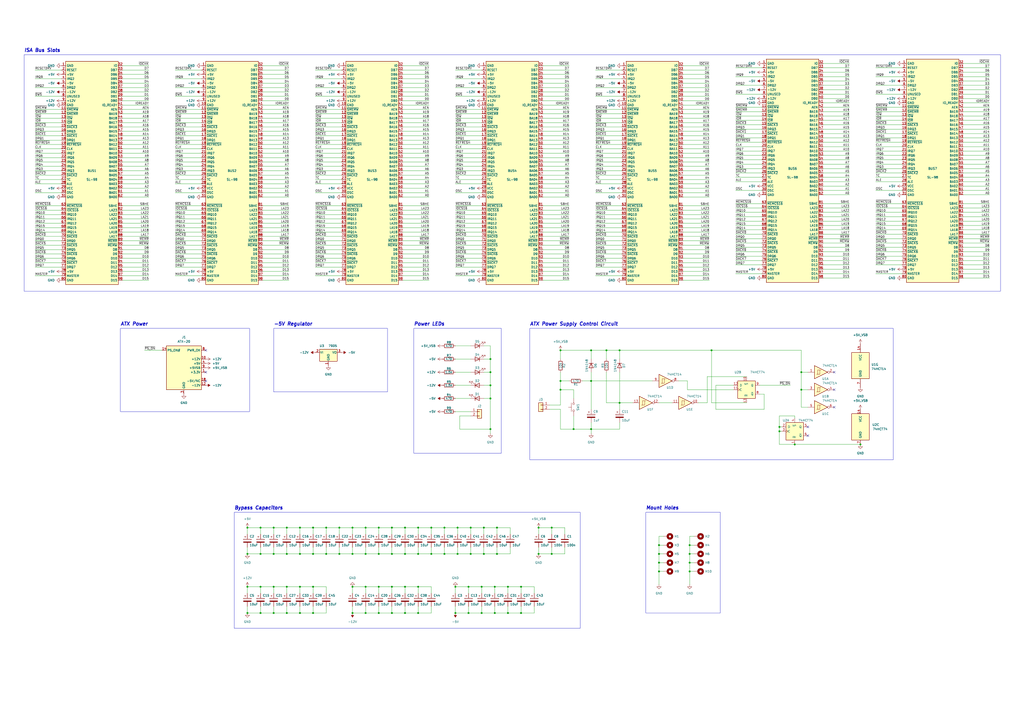
<source format=kicad_sch>
(kicad_sch (version 20230121) (generator eeschema)
  (paper "A2")
  (title_block (title "PC-ISA16-backplane") (date "2023-05-28") (rev "A") (company "Eugene Lozovoy") (comment 1 "Based on Sergey Kiselev's design"))
  (lib_symbols
    (symbol "74xx:74HC14" (pin_names (offset 1.016))
      (property "Reference" "U" (at 0 1.27 0))
      (property "Value" "74HC14" (at 0 -1.27 0))
      (symbol "74HC14_1_0"
        (pin input line (at -7.62 0 0) (length 3.81) (name "~") (number "1"))
        (pin output inverted (at 7.62 0 180) (length 3.81) (name "~") (number "2"))
      )
      (symbol "74HC14_2_0"
        (pin input line (at -7.62 0 0) (length 3.81) (name "~") (number "3"))
        (pin output inverted (at 7.62 0 180) (length 3.81) (name "~") (number "4"))
      )
      (symbol "74HC14_3_0"
        (pin input line (at -7.62 0 0) (length 3.81) (name "~") (number "5"))
        (pin output inverted (at 7.62 0 180) (length 3.81) (name "~") (number "6"))
      )
      (symbol "74HC14_4_0"
        (pin output inverted (at 7.62 0 180) (length 3.81) (name "~") (number "8"))
        (pin input line (at -7.62 0 0) (length 3.81) (name "~") (number "9"))
      )
      (symbol "74HC14_5_0"
        (pin output inverted (at 7.62 0 180) (length 3.81) (name "~") (number "10"))
        (pin input line (at -7.62 0 0) (length 3.81) (name "~") (number "11"))
      )
      (symbol "74HC14_6_0"
        (pin output inverted (at 7.62 0 180) (length 3.81) (name "~") (number "12"))
        (pin input line (at -7.62 0 0) (length 3.81) (name "~") (number "13"))
      )
      (symbol "74HC14_7_0"
        (pin power_in line (at 0 12.7 270) (length 5.08) (name "VCC") (number "14"))
        (pin power_in line (at 0 -12.7 90) (length 5.08) (name "GND") (number "7"))
      )
    )
    (symbol "74xx:74HC74" (pin_names (offset 1.016))
      (property "Reference" "U" (at -7.62 8.89 0))
      (property "Value" "74HC74" (at -7.62 -8.89 0))
      (symbol "74HC74_1_0"
        (pin input line (at 0 -7.62 90) (length 2.54) (name "~{R}") (number "1"))
        (pin input line (at -7.62 2.54 0) (length 2.54) (name "D") (number "2"))
        (pin input clock (at -7.62 0 0) (length 2.54) (name "C") (number "3"))
        (pin input line (at 0 7.62 270) (length 2.54) (name "~{S}") (number "4"))
        (pin output line (at 7.62 2.54 180) (length 2.54) (name "Q") (number "5"))
        (pin output line (at 7.62 -2.54 180) (length 2.54) (name "~{Q}") (number "6"))
      )
      (symbol "74HC74_2_0"
        (pin input line (at 0 7.62 270) (length 2.54) (name "~{S}") (number "10"))
        (pin input clock (at -7.62 0 0) (length 2.54) (name "C") (number "11"))
        (pin input line (at -7.62 2.54 0) (length 2.54) (name "D") (number "12"))
        (pin input line (at 0 -7.62 90) (length 2.54) (name "~{R}") (number "13"))
        (pin output line (at 7.62 -2.54 180) (length 2.54) (name "~{Q}") (number "8"))
        (pin output line (at 7.62 2.54 180) (length 2.54) (name "Q") (number "9"))
      )
      (symbol "74HC74_3_0"
        (pin power_in line (at 0 10.16 270) (length 2.54) (name "VCC") (number "14"))
        (pin power_in line (at 0 -10.16 90) (length 2.54) (name "GND") (number "7"))
      )
    )
    (symbol "Connector:ATX-20"
      (property "Reference" "J" (at -8.89 13.97 0))
      (property "Value" "ATX-20" (at 6.35 13.97 0))
      (symbol "ATX-20_1_1"
        (pin power_out line (at 12.7 -2.54 180) (length 2.54) (name "+3.3V") (number "1"))
        (pin power_out line (at 12.7 5.08 180) (length 2.54) (name "+12V") (number "10"))
        (pin passive line (at 12.7 -2.54 180) (length 2.54) hide (name "+3.3V") (number "11"))
        (pin power_out line (at 12.7 -10.16 180) (length 2.54) (name "-12V") (number "12"))
        (pin passive line (at 0 -15.24 90) (length 2.54) hide (name "GND") (number "13"))
        (pin open_collector line (at -12.7 10.16 0) (length 2.54) (name "PS_ON#") (number "14"))
        (pin passive line (at 0 -15.24 90) (length 2.54) hide (name "GND") (number "15"))
        (pin passive line (at 0 -15.24 90) (length 2.54) hide (name "GND") (number "16"))
        (pin passive line (at 0 -15.24 90) (length 2.54) hide (name "GND") (number "17"))
        (pin power_out line (at 12.7 -7.62 180) (length 2.54) (name "-5V/NC") (number "18"))
        (pin passive line (at 12.7 2.54 180) (length 2.54) hide (name "+5V") (number "19"))
        (pin passive line (at 12.7 -2.54 180) (length 2.54) hide (name "+3.3V") (number "2"))
        (pin passive line (at 12.7 2.54 180) (length 2.54) hide (name "+5V") (number "20"))
        (pin power_out line (at 0 -15.24 90) (length 2.54) (name "GND") (number "3"))
        (pin power_out line (at 12.7 2.54 180) (length 2.54) (name "+5V") (number "4"))
        (pin passive line (at 0 -15.24 90) (length 2.54) hide (name "GND") (number "5"))
        (pin passive line (at 12.7 2.54 180) (length 2.54) hide (name "+5V") (number "6"))
        (pin passive line (at 0 -15.24 90) (length 2.54) hide (name "GND") (number "7"))
        (pin output line (at 12.7 10.16 180) (length 2.54) (name "PWR_OK") (number "8"))
        (pin power_out line (at 12.7 0 180) (length 2.54) (name "+5VSB") (number "9"))
      )
    )
    (symbol "Connector:Bus_ISA_16bit"
      (property "Reference" "J" (at 0 67.945 0))
      (property "Value" "Bus_ISA_16bit" (at 0 -65.405 0))
      (symbol "Bus_ISA_16bit_1_1"
        (pin power_in line (at -17.78 63.5 0) (length 2.54) (name "GND") (number "1"))
        (pin power_in line (at -17.78 40.64 0) (length 2.54) (name "GND") (number "10"))
        (pin output line (at -17.78 38.1 0) (length 2.54) (name "~{SMEMW}") (number "11"))
        (pin output line (at -17.78 35.56 0) (length 2.54) (name "~{SMEMR}") (number "12"))
        (pin output line (at -17.78 33.02 0) (length 2.54) (name "~{IOW}") (number "13"))
        (pin output line (at -17.78 30.48 0) (length 2.54) (name "~{IOR}") (number "14"))
        (pin passive line (at -17.78 27.94 0) (length 2.54) (name "~{DACK3}") (number "15"))
        (pin passive line (at -17.78 25.4 0) (length 2.54) (name "DRQ3") (number "16"))
        (pin passive line (at -17.78 22.86 0) (length 2.54) (name "~{DACK1}") (number "17"))
        (pin passive line (at -17.78 20.32 0) (length 2.54) (name "DRQ1") (number "18"))
        (pin passive line (at -17.78 17.78 0) (length 2.54) (name "~{REFRESH}") (number "19"))
        (pin output line (at -17.78 60.96 0) (length 2.54) (name "RESET") (number "2"))
        (pin output line (at -17.78 15.24 0) (length 2.54) (name "CLK") (number "20"))
        (pin passive line (at -17.78 12.7 0) (length 2.54) (name "IRQ7") (number "21"))
        (pin passive line (at -17.78 10.16 0) (length 2.54) (name "IRQ6") (number "22"))
        (pin passive line (at -17.78 7.62 0) (length 2.54) (name "IRQ5") (number "23"))
        (pin passive line (at -17.78 5.08 0) (length 2.54) (name "IRQ4") (number "24"))
        (pin passive line (at -17.78 2.54 0) (length 2.54) (name "IRQ3") (number "25"))
        (pin passive line (at -17.78 0 0) (length 2.54) (name "~{DACK2}") (number "26"))
        (pin passive line (at -17.78 -2.54 0) (length 2.54) (name "TC") (number "27"))
        (pin output line (at -17.78 -5.08 0) (length 2.54) (name "ALE") (number "28"))
        (pin power_in line (at -17.78 -7.62 0) (length 2.54) (name "VCC") (number "29"))
        (pin power_in line (at -17.78 58.42 0) (length 2.54) (name "+5V") (number "3"))
        (pin output line (at -17.78 -10.16 0) (length 2.54) (name "OSC") (number "30"))
        (pin power_in line (at -17.78 -12.7 0) (length 2.54) (name "GND") (number "31"))
        (pin passive line (at 17.78 63.5 180) (length 2.54) (name "IO") (number "32"))
        (pin tri_state line (at 17.78 60.96 180) (length 2.54) (name "DB7") (number "33"))
        (pin tri_state line (at 17.78 58.42 180) (length 2.54) (name "DB6") (number "34"))
        (pin tri_state line (at 17.78 55.88 180) (length 2.54) (name "DB5") (number "35"))
        (pin tri_state line (at 17.78 53.34 180) (length 2.54) (name "DB4") (number "36"))
        (pin tri_state line (at 17.78 50.8 180) (length 2.54) (name "DB3") (number "37"))
        (pin tri_state line (at 17.78 48.26 180) (length 2.54) (name "DB2") (number "38"))
        (pin tri_state line (at 17.78 45.72 180) (length 2.54) (name "DB1") (number "39"))
        (pin passive line (at -17.78 55.88 0) (length 2.54) (name "IRQ2") (number "4"))
        (pin tri_state line (at 17.78 43.18 180) (length 2.54) (name "DB0") (number "40"))
        (pin passive line (at 17.78 40.64 180) (length 2.54) (name "IO_READY") (number "41"))
        (pin output line (at 17.78 38.1 180) (length 2.54) (name "AEN") (number "42"))
        (pin tri_state line (at 17.78 35.56 180) (length 2.54) (name "BA19") (number "43"))
        (pin tri_state line (at 17.78 33.02 180) (length 2.54) (name "BA18") (number "44"))
        (pin tri_state line (at 17.78 30.48 180) (length 2.54) (name "BA17") (number "45"))
        (pin tri_state line (at 17.78 27.94 180) (length 2.54) (name "BA16") (number "46"))
        (pin tri_state line (at 17.78 25.4 180) (length 2.54) (name "BA15") (number "47"))
        (pin tri_state line (at 17.78 22.86 180) (length 2.54) (name "BA14") (number "48"))
        (pin tri_state line (at 17.78 20.32 180) (length 2.54) (name "BA13") (number "49"))
        (pin power_in line (at -17.78 53.34 0) (length 2.54) (name "-5V") (number "5"))
        (pin tri_state line (at 17.78 17.78 180) (length 2.54) (name "BA12") (number "50"))
        (pin tri_state line (at 17.78 15.24 180) (length 2.54) (name "BA11") (number "51"))
        (pin tri_state line (at 17.78 12.7 180) (length 2.54) (name "BA10") (number "52"))
        (pin tri_state line (at 17.78 10.16 180) (length 2.54) (name "BA09") (number "53"))
        (pin tri_state line (at 17.78 7.62 180) (length 2.54) (name "BA08") (number "54"))
        (pin tri_state line (at 17.78 5.08 180) (length 2.54) (name "BA07") (number "55"))
        (pin tri_state line (at 17.78 2.54 180) (length 2.54) (name "BA06") (number "56"))
        (pin tri_state line (at 17.78 0 180) (length 2.54) (name "BA05") (number "57"))
        (pin tri_state line (at 17.78 -2.54 180) (length 2.54) (name "BA04") (number "58"))
        (pin tri_state line (at 17.78 -5.08 180) (length 2.54) (name "BA03") (number "59"))
        (pin passive line (at -17.78 50.8 0) (length 2.54) (name "DRQ2") (number "6"))
        (pin tri_state line (at 17.78 -7.62 180) (length 2.54) (name "BA02") (number "60"))
        (pin tri_state line (at 17.78 -10.16 180) (length 2.54) (name "BA01") (number "61"))
        (pin tri_state line (at 17.78 -12.7 180) (length 2.54) (name "BA00") (number "62"))
        (pin passive line (at -17.78 -17.78 0) (length 2.54) (name "~{MEMCS16}") (number "63"))
        (pin passive line (at -17.78 -20.32 0) (length 2.54) (name "~{IOCS16}") (number "64"))
        (pin passive line (at -17.78 -22.86 0) (length 2.54) (name "IRQ10") (number "65"))
        (pin passive line (at -17.78 -25.4 0) (length 2.54) (name "IRQ11") (number "66"))
        (pin passive line (at -17.78 -27.94 0) (length 2.54) (name "IRQ12") (number "67"))
        (pin passive line (at -17.78 -30.48 0) (length 2.54) (name "IRQ15") (number "68"))
        (pin passive line (at -17.78 -33.02 0) (length 2.54) (name "IRQ14") (number "69"))
        (pin power_in line (at -17.78 48.26 0) (length 2.54) (name "-12V") (number "7"))
        (pin output line (at -17.78 -35.56 0) (length 2.54) (name "~{DACK0}") (number "70"))
        (pin passive line (at -17.78 -38.1 0) (length 2.54) (name "DRQ0") (number "71"))
        (pin output line (at -17.78 -40.64 0) (length 2.54) (name "~{DACK5}") (number "72"))
        (pin passive line (at -17.78 -43.18 0) (length 2.54) (name "DRQ5") (number "73"))
        (pin output line (at -17.78 -45.72 0) (length 2.54) (name "~{DACK6}") (number "74"))
        (pin passive line (at -17.78 -48.26 0) (length 2.54) (name "DRQ6") (number "75"))
        (pin output line (at -17.78 -50.8 0) (length 2.54) (name "~{DACK7}") (number "76"))
        (pin passive line (at -17.78 -53.34 0) (length 2.54) (name "DRQ7") (number "77"))
        (pin power_in line (at -17.78 -55.88 0) (length 2.54) (name "+5V") (number "78"))
        (pin passive line (at -17.78 -58.42 0) (length 2.54) (name "MASTER") (number "79"))
        (pin passive line (at -17.78 45.72 0) (length 2.54) (name "UNUSED") (number "8"))
        (pin power_in line (at -17.78 -60.96 0) (length 2.54) (name "GND") (number "80"))
        (pin passive line (at 17.78 -17.78 180) (length 2.54) (name "SBHE") (number "81"))
        (pin passive line (at 17.78 -20.32 180) (length 2.54) (name "LA23") (number "82"))
        (pin passive line (at 17.78 -22.86 180) (length 2.54) (name "LA22") (number "83"))
        (pin passive line (at 17.78 -25.4 180) (length 2.54) (name "LA21") (number "84"))
        (pin passive line (at 17.78 -27.94 180) (length 2.54) (name "LA20") (number "85"))
        (pin passive line (at 17.78 -30.48 180) (length 2.54) (name "LA19") (number "86"))
        (pin passive line (at 17.78 -33.02 180) (length 2.54) (name "LA18") (number "87"))
        (pin passive line (at 17.78 -35.56 180) (length 2.54) (name "LA17") (number "88"))
        (pin output line (at 17.78 -38.1 180) (length 2.54) (name "~{MEMR}") (number "89"))
        (pin power_in line (at -17.78 43.18 0) (length 2.54) (name "+12V") (number "9"))
        (pin output line (at 17.78 -40.64 180) (length 2.54) (name "~{MEMW}") (number "90"))
        (pin tri_state line (at 17.78 -43.18 180) (length 2.54) (name "D8") (number "91"))
        (pin tri_state line (at 17.78 -45.72 180) (length 2.54) (name "D9") (number "92"))
        (pin tri_state line (at 17.78 -48.26 180) (length 2.54) (name "D10") (number "93"))
        (pin tri_state line (at 17.78 -50.8 180) (length 2.54) (name "D11") (number "94"))
        (pin tri_state line (at 17.78 -53.34 180) (length 2.54) (name "D12") (number "95"))
        (pin tri_state line (at 17.78 -55.88 180) (length 2.54) (name "D13") (number "96"))
        (pin tri_state line (at 17.78 -58.42 180) (length 2.54) (name "D14") (number "97"))
        (pin tri_state line (at 17.78 -60.96 180) (length 2.54) (name "D15") (number "98"))
      )
    )
    (symbol "Connector_Generic:Conn_01x02" (pin_names (offset 1.016) hide)
      (property "Reference" "J" (at 0 2.54 0))
      (property "Value" "Conn_01x02" (at 0 -5.08 0))
      (symbol "Conn_01x02_1_1"
        (pin passive line (at -5.08 0 0) (length 3.81) (name "Pin_1") (number "1"))
        (pin passive line (at -5.08 -2.54 0) (length 3.81) (name "Pin_2") (number "2"))
      )
    )
    (symbol "Device:C" (pin_numbers hide) (pin_names (offset 0.254))
      (property "Reference" "C" (at 0.635 2.54 0))
      (property "Value" "C" (at 0.635 -2.54 0))
      (symbol "C_1_1"
        (pin passive line (at 0 3.81 270) (length 2.794) (name "~") (number "1"))
        (pin passive line (at 0 -3.81 90) (length 2.794) (name "~") (number "2"))
      )
    )
    (symbol "Device:C_Polarized" (pin_numbers hide) (pin_names (offset 0.254))
      (property "Reference" "C" (at 0.635 2.54 0))
      (property "Value" "C_Polarized" (at 0.635 -2.54 0))
      (symbol "C_Polarized_1_1"
        (pin passive line (at 0 3.81 270) (length 2.794) (name "~") (number "1"))
        (pin passive line (at 0 -3.81 90) (length 2.794) (name "~") (number "2"))
      )
    )
    (symbol "Device:D" (pin_numbers hide) (pin_names (offset 1.016) hide)
      (property "Reference" "D" (at 0 2.54 0))
      (property "Value" "D" (at 0 -2.54 0))
      (symbol "D_1_1"
        (pin passive line (at -3.81 0 0) (length 2.54) (name "K") (number "1"))
        (pin passive line (at 3.81 0 180) (length 2.54) (name "A") (number "2"))
      )
    )
    (symbol "Device:LED" (pin_numbers hide) (pin_names (offset 1.016) hide)
      (property "Reference" "D" (at 0 2.54 0))
      (property "Value" "LED" (at 0 -2.54 0))
      (symbol "LED_1_1"
        (pin passive line (at -3.81 0 0) (length 2.54) (name "K") (number "1"))
        (pin passive line (at 3.81 0 180) (length 2.54) (name "A") (number "2"))
      )
    )
    (symbol "Device:R" (pin_numbers hide) (pin_names (offset 0))
      (property "Reference" "R" (at 2.032 0 90))
      (property "Value" "R" (at 0 0 90))
      (symbol "R_1_1"
        (pin passive line (at 0 3.81 270) (length 1.27) (name "~") (number "1"))
        (pin passive line (at 0 -3.81 90) (length 1.27) (name "~") (number "2"))
      )
    )
    (symbol "Mechanical:MountingHole_Pad" (pin_numbers hide) (pin_names (offset 1.016) hide)
      (property "Reference" "H" (at 0 6.35 0))
      (property "Value" "MountingHole_Pad" (at 0 4.445 0))
      (symbol "MountingHole_Pad_1_1"
        (pin input line (at 0 -2.54 90) (length 2.54) (name "1") (number "1"))
      )
    )
    (symbol "PCM_4ms_Power-symbol:GND" (power) (pin_names (offset 0))
      (property "Value" "GND" (at 0 -3.81 0))
      (symbol "GND_1_1"
        (pin power_in line (at 0 0 270) (length 0) hide (name "GND") (number "1"))
      )
    )
    (symbol "Regulator_Linear:L7905" (pin_names (offset 0.254))
      (property "Reference" "U" (at -3.81 -3.175 0))
      (property "Value" "L7905" (at 0 -3.175 0))
      (symbol "L7905_1_1"
        (pin power_in line (at 0 7.62 270) (length 2.54) (name "GND") (number "1"))
        (pin power_in line (at -7.62 0 0) (length 2.54) (name "VI") (number "2"))
        (pin power_out line (at 7.62 0 180) (length 2.54) (name "VO") (number "3"))
      )
    )
    (symbol "Switch:SW_Push" (pin_numbers hide) (pin_names (offset 1.016) hide)
      (property "Reference" "SW" (at 1.27 2.54 0))
      (property "Value" "SW_Push" (at 0 -1.524 0))
      (symbol "SW_Push_0_1"
        (pin passive line (at -5.08 0 0) (length 2.54) (name "1") (number "1"))
        (pin passive line (at 5.08 0 180) (length 2.54) (name "2") (number "2"))
      )
    )
    (symbol "mypower:+5V_VSB" (power) (pin_names (offset 0))
      (property "Value" "+5V_VSB" (at 0 3.556 0))
      (symbol "+5V_VSB_1_1"
        (pin power_in line (at 0 0 90) (length 0) hide (name "+5V_VSB") (number "1"))
      )
    )
    (symbol "power:+12V" (power) (pin_names (offset 0))
      (property "Value" "+12V" (at 0 3.556 0))
      (symbol "+12V_1_1"
        (pin power_in line (at 0 0 90) (length 0) hide (name "+12V") (number "1"))
      )
    )
    (symbol "power:+5V" (power) (pin_names (offset 0))
      (property "Value" "+5V" (at 0 3.556 0))
      (symbol "+5V_1_1"
        (pin power_in line (at 0 0 90) (length 0) hide (name "+5V") (number "1"))
      )
    )
    (symbol "power:-12V" (power) (pin_names (offset 0))
      (property "Value" "-12V" (at 0 3.81 0))
      (symbol "-12V_0_0"
        (pin power_in line (at 0 0 90) (length 0) hide (name "-12V") (number "1"))
      )
    )
    (symbol "power:-5V" (power) (pin_names (offset 0))
      (property "Value" "-5V" (at 0 3.81 0))
      (symbol "-5V_0_0"
        (pin power_in line (at 0 0 90) (length 0) hide (name "-5V") (number "1"))
      )
    )
  )
  (junction (at 181.61 355.6))
  (junction (at 294.64 355.6))
  (junction (at 242.57 355.6))
  (junction (at 151.13 306.07))
  (junction (at 143.51 340.36))
  (junction (at 400.05 316.23))
  (junction (at 288.29 321.31))
  (junction (at 257.81 321.31))
  (junction (at 400.05 326.39))
  (junction (at 280.67 306.07))
  (junction (at 204.47 340.36))
  (junction (at 219.71 321.31))
  (junction (at 312.42 321.31))
  (junction (at 359.41 203.2))
  (junction (at 234.95 340.36))
  (junction (at 173.99 340.36))
  (junction (at 325.12 226.06))
  (junction (at 227.33 306.07))
  (junction (at 279.4 340.36))
  (junction (at 234.95 355.6))
  (junction (at 302.26 355.6))
  (junction (at 181.61 321.31))
  (junction (at 332.74 248.92))
  (junction (at 287.02 340.36))
  (junction (at 166.37 321.31))
  (junction (at 196.85 321.31))
  (junction (at 382.27 321.31))
  (junction (at 173.99 321.31))
  (junction (at 265.43 306.07))
  (junction (at 452.12 247.65))
  (junction (at 452.12 250.19))
  (junction (at 284.48 248.92))
  (junction (at 181.61 340.36))
  (junction (at 189.23 321.31))
  (junction (at 166.37 355.6))
  (junction (at 250.19 306.07))
  (junction (at 284.48 208.28))
  (junction (at 461.01 257.81))
  (junction (at 166.37 306.07))
  (junction (at 279.4 355.6))
  (junction (at 227.33 321.31))
  (junction (at 151.13 321.31))
  (junction (at 464.82 226.06))
  (junction (at 143.51 306.07))
  (junction (at 265.43 321.31))
  (junction (at 204.47 355.6))
  (junction (at 273.05 306.07))
  (junction (at 284.48 223.52))
  (junction (at 287.02 355.6))
  (junction (at 280.67 321.31))
  (junction (at 294.64 340.36))
  (junction (at 219.71 306.07))
  (junction (at 227.33 340.36))
  (junction (at 212.09 340.36))
  (junction (at 242.57 321.31))
  (junction (at 382.27 326.39))
  (junction (at 284.48 231.14))
  (junction (at 212.09 306.07))
  (junction (at 151.13 355.6))
  (junction (at 400.05 331.47))
  (junction (at 250.19 321.31))
  (junction (at 143.51 355.6))
  (junction (at 400.05 321.31))
  (junction (at 151.13 340.36))
  (junction (at 219.71 340.36))
  (junction (at 212.09 321.31))
  (junction (at 242.57 306.07))
  (junction (at 234.95 321.31))
  (junction (at 143.51 321.31))
  (junction (at 264.16 340.36))
  (junction (at 271.78 340.36))
  (junction (at 173.99 306.07))
  (junction (at 158.75 321.31))
  (junction (at 212.09 355.6))
  (junction (at 158.75 355.6))
  (junction (at 219.71 355.6))
  (junction (at 320.04 306.07))
  (junction (at 166.37 340.36))
  (junction (at 234.95 306.07))
  (junction (at 158.75 306.07))
  (junction (at 325.12 220.98))
  (junction (at 325.12 203.2))
  (junction (at 499.11 257.81))
  (junction (at 173.99 355.6))
  (junction (at 312.42 306.07))
  (junction (at 204.47 306.07))
  (junction (at 342.9 203.2))
  (junction (at 412.75 203.2))
  (junction (at 257.81 306.07))
  (junction (at 181.61 306.07))
  (junction (at 464.82 215.9))
  (junction (at 227.33 355.6))
  (junction (at 382.27 331.47))
  (junction (at 284.48 215.9))
  (junction (at 189.23 306.07))
  (junction (at 342.9 248.92))
  (junction (at 158.75 340.36))
  (junction (at 320.04 321.31))
  (junction (at 273.05 321.31))
  (junction (at 359.41 233.68))
  (junction (at 302.26 340.36))
  (junction (at 242.57 340.36))
  (junction (at 351.79 203.2))
  (junction (at 204.47 321.31))
  (junction (at 342.9 220.98))
  (junction (at 288.29 306.07))
  (junction (at 382.27 316.23))
  (junction (at 271.78 355.6))
  (junction (at 196.85 306.07))
  (junction (at 264.16 355.6))
  (no_connect (at 119.38 220.98))
  (no_connect (at 468.63 252.73))
  (no_connect (at 119.38 203.2))
  (no_connect (at 483.87 236.22))
  (no_connect (at 483.87 226.06))
  (no_connect (at 483.87 215.9))
  (no_connect (at 468.63 247.65))
  (no_connect (at 119.38 215.9))
  (wire (pts (xy 345.44 127) (xy 360.68 127)))
  (wire (pts (xy 116.84 106.68) (xy 101.6 106.68)))
  (wire (pts (xy 116.84 104.14) (xy 101.6 104.14)))
  (wire (pts (xy 198.12 63.5) (xy 182.88 63.5)))
  (wire (pts (xy 198.12 68.58) (xy 182.88 68.58)))
  (wire (pts (xy 71.12 78.74) (xy 86.36 78.74)))
  (wire (pts (xy 233.68 137.16) (xy 248.92 137.16)))
  (wire (pts (xy 242.57 340.36) (xy 242.57 344.17)))
  (wire (pts (xy 152.4 76.2) (xy 167.64 76.2)))
  (wire (pts (xy 233.68 73.66) (xy 248.92 73.66)))
  (wire (pts (xy 152.4 154.94) (xy 167.64 154.94)))
  (wire (pts (xy 158.75 321.31) (xy 151.13 321.31)))
  (wire (pts (xy 360.68 104.14) (xy 345.44 104.14)))
  (wire (pts (xy 288.29 321.31) (xy 288.29 317.5)))
  (wire (pts (xy 151.13 317.5) (xy 151.13 321.31)))
  (wire (pts (xy 441.96 62.23) (xy 426.72 62.23)))
  (wire (pts (xy 227.33 321.31) (xy 219.71 321.31)))
  (wire (pts (xy 219.71 340.36) (xy 219.71 344.17)))
  (wire (pts (xy 234.95 355.6) (xy 242.57 355.6)))
  (wire (pts (xy 558.8 52.07) (xy 574.04 52.07)))
  (wire (pts (xy 143.51 317.5) (xy 143.51 321.31)))
  (wire (pts (xy 233.68 114.3) (xy 248.92 114.3)))
  (wire (pts (xy 558.8 67.31) (xy 574.04 67.31)))
  (wire (pts (xy 279.4 144.78) (xy 264.16 144.78)))
  (wire (pts (xy 396.24 71.12) (xy 411.48 71.12)))
  (wire (pts (xy 198.12 91.44) (xy 182.88 91.44)))
  (wire (pts (xy 166.37 340.36) (xy 173.99 340.36)))
  (wire (pts (xy 320.04 306.07) (xy 327.66 306.07)))
  (wire (pts (xy 382.27 316.23) (xy 384.81 316.23)))
  (wire (pts (xy 152.4 137.16) (xy 167.64 137.16)))
  (wire (pts (xy 152.4 109.22) (xy 167.64 109.22)))
  (wire (pts (xy 288.29 306.07) (xy 288.29 309.88)))
  (wire (pts (xy 71.12 154.94) (xy 86.36 154.94)))
  (wire (pts (xy 523.24 72.39) (xy 508 72.39)))
  (wire (pts (xy 410.21 218.44) (xy 433.07 218.44)))
  (wire (pts (xy 477.52 49.53) (xy 492.76 49.53)))
  (wire (pts (xy 198.12 137.16) (xy 182.88 137.16)))
  (wire (pts (xy 288.29 306.07) (xy 280.67 306.07)))
  (wire (pts (xy 279.4 355.6) (xy 279.4 351.79)))
  (wire (pts (xy 35.56 88.9) (xy 20.32 88.9)))
  (wire (pts (xy 342.9 245.11) (xy 342.9 248.92)))
  (wire (pts (xy 152.4 53.34) (xy 167.64 53.34)))
  (wire (pts (xy 116.84 63.5) (xy 101.6 63.5)))
  (wire (pts (xy 166.37 306.07) (xy 158.75 306.07)))
  (wire (pts (xy 189.23 321.31) (xy 181.61 321.31)))
  (wire (pts (xy 302.26 340.36) (xy 309.88 340.36)))
  (wire (pts (xy 558.8 80.01) (xy 574.04 80.01)))
  (wire (pts (xy 198.12 101.6) (xy 182.88 101.6)))
  (wire (pts (xy 461.01 241.3) (xy 452.12 241.3)))
  (wire (pts (xy 314.96 106.68) (xy 330.2 106.68)))
  (wire (pts (xy 198.12 76.2) (xy 182.88 76.2)))
  (wire (pts (xy 396.24 142.24) (xy 411.48 142.24)))
  (wire (pts (xy 233.68 45.72) (xy 248.92 45.72)))
  (wire (pts (xy 396.24 73.66) (xy 411.48 73.66)))
  (wire (pts (xy 295.91 321.31) (xy 295.91 317.5)))
  (wire (pts (xy 400.05 316.23) (xy 400.05 311.15)))
  (wire (pts (xy 152.4 91.44) (xy 167.64 91.44)))
  (wire (pts (xy 152.4 73.66) (xy 167.64 73.66)))
  (wire (pts (xy 189.23 340.36) (xy 189.23 344.17)))
  (wire (pts (xy 198.12 160.02) (xy 182.88 160.02)))
  (wire (pts (xy 441.96 120.65) (xy 426.72 120.65)))
  (wire (pts (xy 158.75 306.07) (xy 158.75 309.88)))
  (wire (pts (xy 242.57 355.6) (xy 250.19 355.6)))
  (wire (pts (xy 558.8 87.63) (xy 574.04 87.63)))
  (wire (pts (xy 116.84 83.82) (xy 101.6 83.82)))
  (wire (pts (xy 400.05 339.09) (xy 400.05 331.47)))
  (wire (pts (xy 264.16 231.14) (xy 273.05 231.14)))
  (wire (pts (xy 464.82 203.2) (xy 412.75 203.2)))
  (wire (pts (xy 71.12 68.58) (xy 86.36 68.58)))
  (wire (pts (xy 198.12 55.88) (xy 182.88 55.88)))
  (wire (pts (xy 212.09 355.6) (xy 212.09 351.79)))
  (wire (pts (xy 71.12 104.14) (xy 86.36 104.14)))
  (wire (pts (xy 266.7 241.3) (xy 273.05 241.3)))
  (wire (pts (xy 265.43 306.07) (xy 257.81 306.07)))
  (wire (pts (xy 441.96 148.59) (xy 426.72 148.59)))
  (wire (pts (xy 71.12 43.18) (xy 86.36 43.18)))
  (wire (pts (xy 433.07 233.68) (xy 412.75 233.68)))
  (wire (pts (xy 284.48 215.9) (xy 280.67 215.9)))
  (wire (pts (xy 441.96 110.49) (xy 426.72 110.49)))
  (wire (pts (xy 71.12 121.92) (xy 86.36 121.92)))
  (wire (pts (xy 71.12 45.72) (xy 86.36 45.72)))
  (wire (pts (xy 441.96 39.37) (xy 426.72 39.37)))
  (wire (pts (xy 233.68 162.56) (xy 248.92 162.56)))
  (wire (pts (xy 279.4 78.74) (xy 264.16 78.74)))
  (wire (pts (xy 20.32 124.46) (xy 35.56 124.46)))
  (wire (pts (xy 360.68 66.04) (xy 345.44 66.04)))
  (wire (pts (xy 257.81 321.31) (xy 257.81 317.5)))
  (wire (pts (xy 360.68 149.86) (xy 345.44 149.86)))
  (wire (pts (xy 71.12 76.2) (xy 86.36 76.2)))
  (wire (pts (xy 116.84 50.8) (xy 101.6 50.8)))
  (wire (pts (xy 233.68 157.48) (xy 248.92 157.48)))
  (wire (pts (xy 558.8 90.17) (xy 574.04 90.17)))
  (wire (pts (xy 400.05 311.15) (xy 402.59 311.15)))
  (wire (pts (xy 279.4 45.72) (xy 264.16 45.72)))
  (wire (pts (xy 273.05 208.28) (xy 264.16 208.28)))
  (wire (pts (xy 396.24 124.46) (xy 411.48 124.46)))
  (wire (pts (xy 558.8 82.55) (xy 574.04 82.55)))
  (wire (pts (xy 396.24 114.3) (xy 411.48 114.3)))
  (wire (pts (xy 212.09 355.6) (xy 219.71 355.6)))
  (wire (pts (xy 523.24 44.45) (xy 508 44.45)))
  (wire (pts (xy 351.79 203.2) (xy 342.9 203.2)))
  (wire (pts (xy 314.96 127) (xy 330.2 127)))
  (wire (pts (xy 250.19 306.07) (xy 242.57 306.07)))
  (wire (pts (xy 523.24 87.63) (xy 508 87.63)))
  (wire (pts (xy 477.52 87.63) (xy 492.76 87.63)))
  (wire (pts (xy 152.4 43.18) (xy 167.64 43.18)))
  (wire (pts (xy 35.56 86.36) (xy 20.32 86.36)))
  (wire (pts (xy 314.96 147.32) (xy 330.2 147.32)))
  (wire (pts (xy 330.2 60.96) (xy 314.96 60.96)))
  (wire (pts (xy 441.96 146.05) (xy 426.72 146.05)))
  (wire (pts (xy 71.12 101.6) (xy 86.36 101.6)))
  (wire (pts (xy 558.8 54.61) (xy 574.04 54.61)))
  (wire (pts (xy 523.24 135.89) (xy 508 135.89)))
  (wire (pts (xy 396.24 137.16) (xy 411.48 137.16)))
  (wire (pts (xy 523.24 49.53) (xy 508 49.53)))
  (wire (pts (xy 20.32 129.54) (xy 35.56 129.54)))
  (wire (pts (xy 198.12 93.98) (xy 182.88 93.98)))
  (wire (pts (xy 279.4 160.02) (xy 264.16 160.02)))
  (wire (pts (xy 477.52 92.71) (xy 492.76 92.71)))
  (wire (pts (xy 233.68 55.88) (xy 248.92 55.88)))
  (wire (pts (xy 396.24 139.7) (xy 411.48 139.7)))
  (wire (pts (xy 309.88 355.6) (xy 309.88 351.79)))
  (wire (pts (xy 116.84 96.52) (xy 101.6 96.52)))
  (wire (pts (xy 93.98 203.2) (xy 83.82 203.2)))
  (wire (pts (xy 558.8 49.53) (xy 574.04 49.53)))
  (wire (pts (xy 360.68 71.12) (xy 345.44 71.12)))
  (wire (pts (xy 71.12 147.32) (xy 86.36 147.32)))
  (wire (pts (xy 523.24 97.79) (xy 508 97.79)))
  (wire (pts (xy 116.84 73.66) (xy 101.6 73.66)))
  (wire (pts (xy 523.24 148.59) (xy 508 148.59)))
  (wire (pts (xy 360.68 40.64) (xy 345.44 40.64)))
  (wire (pts (xy 35.56 121.92) (xy 20.32 121.92)))
  (wire (pts (xy 181.61 306.07) (xy 173.99 306.07)))
  (wire (pts (xy 396.24 88.9) (xy 411.48 88.9)))
  (wire (pts (xy 360.68 91.44) (xy 345.44 91.44)))
  (wire (pts (xy 204.47 321.31) (xy 196.85 321.31)))
  (wire (pts (xy 265.43 321.31) (xy 265.43 317.5)))
  (wire (pts (xy 523.24 54.61) (xy 508 54.61)))
  (wire (pts (xy 558.8 118.11) (xy 574.04 118.11)))
  (wire (pts (xy 314.96 109.22) (xy 330.2 109.22)))
  (wire (pts (xy 233.68 93.98) (xy 248.92 93.98)))
  (wire (pts (xy 314.96 83.82) (xy 330.2 83.82)))
  (wire (pts (xy 233.68 101.6) (xy 248.92 101.6)))
  (wire (pts (xy 284.48 231.14) (xy 284.48 248.92)))
  (wire (pts (xy 233.68 99.06) (xy 248.92 99.06)))
  (wire (pts (xy 198.12 86.36) (xy 182.88 86.36)))
  (wire (pts (xy 204.47 340.36) (xy 204.47 344.17)))
  (wire (pts (xy 233.68 109.22) (xy 248.92 109.22)))
  (wire (pts (xy 279.4 152.4) (xy 264.16 152.4)))
  (wire (pts (xy 196.85 306.07) (xy 189.23 306.07)))
  (wire (pts (xy 152.4 139.7) (xy 167.64 139.7)))
  (wire (pts (xy 382.27 331.47) (xy 382.27 339.09)))
  (wire (pts (xy 396.24 96.52) (xy 411.48 96.52)))
  (wire (pts (xy 314.96 81.28) (xy 330.2 81.28)))
  (wire (pts (xy 116.84 149.86) (xy 101.6 149.86)))
  (wire (pts (xy 314.96 91.44) (xy 330.2 91.44)))
  (wire (pts (xy 477.52 95.25) (xy 492.76 95.25)))
  (wire (pts (xy 440.69 223.52) (xy 458.47 223.52)))
  (wire (pts (xy 212.09 306.07) (xy 212.09 309.88)))
  (wire (pts (xy 477.52 54.61) (xy 492.76 54.61)))
  (wire (pts (xy 233.68 104.14) (xy 248.92 104.14)))
  (wire (pts (xy 279.4 111.76) (xy 264.16 111.76)))
  (wire (pts (xy 198.12 147.32) (xy 182.88 147.32)))
  (wire (pts (xy 152.4 147.32) (xy 167.64 147.32)))
  (wire (pts (xy 227.33 340.36) (xy 227.33 344.17)))
  (wire (pts (xy 342.9 203.2) (xy 342.9 208.28)))
  (wire (pts (xy 116.84 160.02) (xy 101.6 160.02)))
  (wire (pts (xy 558.8 113.03) (xy 574.04 113.03)))
  (wire (pts (xy 523.24 80.01) (xy 508 80.01)))
  (wire (pts (xy 227.33 306.07) (xy 227.33 309.88)))
  (wire (pts (xy 20.32 134.62) (xy 35.56 134.62)))
  (wire (pts (xy 294.64 340.36) (xy 294.64 344.17)))
  (wire (pts (xy 152.4 134.62) (xy 167.64 134.62)))
  (wire (pts (xy 152.4 114.3) (xy 167.64 114.3)))
  (wire (pts (xy 360.68 147.32) (xy 345.44 147.32)))
  (wire (pts (xy 477.52 102.87) (xy 492.76 102.87)))
  (wire (pts (xy 152.4 121.92) (xy 167.64 121.92)))
  (wire (pts (xy 198.12 111.76) (xy 182.88 111.76)))
  (wire (pts (xy 314.96 53.34) (xy 330.2 53.34)))
  (wire (pts (xy 477.52 128.27) (xy 492.76 128.27)))
  (wire (pts (xy 412.75 203.2) (xy 412.75 233.68)))
  (wire (pts (xy 151.13 306.07) (xy 143.51 306.07)))
  (wire (pts (xy 441.96 80.01) (xy 426.72 80.01)))
  (wire (pts (xy 452.12 250.19) (xy 453.39 250.19)))
  (wire (pts (xy 233.68 154.94) (xy 248.92 154.94)))
  (wire (pts (xy 152.4 149.86) (xy 167.64 149.86)))
  (wire (pts (xy 250.19 321.31) (xy 242.57 321.31)))
  (wire (pts (xy 173.99 321.31) (xy 173.99 317.5)))
  (wire (pts (xy 71.12 88.9) (xy 86.36 88.9)))
  (wire (pts (xy 314.96 68.58) (xy 330.2 68.58)))
  (wire (pts (xy 558.8 85.09) (xy 574.04 85.09)))
  (wire (pts (xy 314.96 149.86) (xy 330.2 149.86)))
  (wire (pts (xy 279.4 355.6) (xy 287.02 355.6)))
  (wire (pts (xy 396.24 66.04) (xy 411.48 66.04)))
  (wire (pts (xy 523.24 151.13) (xy 508 151.13)))
  (wire (pts (xy 382.27 316.23) (xy 382.27 311.15)))
  (wire (pts (xy 312.42 321.31) (xy 320.04 321.31)))
  (wire (pts (xy 71.12 124.46) (xy 86.36 124.46)))
  (wire (pts (xy 523.24 143.51) (xy 508 143.51)))
  (wire (pts (xy 382.27 326.39) (xy 382.27 321.31)))
  (wire (pts (xy 523.24 67.31) (xy 508 67.31)))
  (wire (pts (xy 35.56 66.04) (xy 20.32 66.04)))
  (wire (pts (xy 271.78 355.6) (xy 271.78 351.79)))
  (wire (pts (xy 227.33 355.6) (xy 227.33 351.79)))
  (wire (pts (xy 71.12 114.3) (xy 86.36 114.3)))
  (wire (pts (xy 523.24 146.05) (xy 508 146.05)))
  (wire (pts (xy 477.52 138.43) (xy 492.76 138.43)))
  (wire (pts (xy 35.56 63.5) (xy 20.32 63.5)))
  (wire (pts (xy 426.72 130.81) (xy 441.96 130.81)))
  (wire (pts (xy 359.41 203.2) (xy 351.79 203.2)))
  (wire (pts (xy 396.24 58.42) (xy 411.48 58.42)))
  (wire (pts (xy 116.84 76.2) (xy 101.6 76.2)))
  (wire (pts (xy 101.6 129.54) (xy 116.84 129.54)))
  (wire (pts (xy 327.66 321.31) (xy 327.66 317.5)))
  (wire (pts (xy 152.4 93.98) (xy 167.64 93.98)))
  (wire (pts (xy 410.21 218.44) (xy 410.21 233.68)))
  (wire (pts (xy 294.64 340.36) (xy 302.26 340.36)))
  (wire (pts (xy 151.13 355.6) (xy 151.13 351.79)))
  (wire (pts (xy 35.56 55.88) (xy 20.32 55.88)))
  (wire (pts (xy 71.12 142.24) (xy 86.36 142.24)))
  (wire (pts (xy 189.23 321.31) (xy 189.23 317.5)))
  (wire (pts (xy 280.67 306.07) (xy 280.67 309.88)))
  (wire (pts (xy 396.24 160.02) (xy 411.48 160.02)))
  (wire (pts (xy 360.68 86.36) (xy 345.44 86.36)))
  (wire (pts (xy 452.12 247.65) (xy 452.12 250.19)))
  (wire (pts (xy 152.4 157.48) (xy 167.64 157.48)))
  (wire (pts (xy 233.68 50.8) (xy 248.92 50.8)))
  (wire (pts (xy 233.68 78.74) (xy 248.92 78.74)))
  (wire (pts (xy 441.96 140.97) (xy 426.72 140.97)))
  (wire (pts (xy 294.64 355.6) (xy 294.64 351.79)))
  (wire (pts (xy 477.52 90.17) (xy 492.76 90.17)))
  (wire (pts (xy 314.96 73.66) (xy 330.2 73.66)))
  (wire (pts (xy 441.96 44.45) (xy 426.72 44.45)))
  (wire (pts (xy 523.24 90.17) (xy 508 90.17)))
  (wire (pts (xy 198.12 121.92) (xy 182.88 121.92)))
  (wire (pts (xy 360.68 99.06) (xy 345.44 99.06)))
  (wire (pts (xy 280.67 321.31) (xy 273.05 321.31)))
  (wire (pts (xy 71.12 53.34) (xy 86.36 53.34)))
  (wire (pts (xy 314.96 104.14) (xy 330.2 104.14)))
  (wire (pts (xy 477.52 120.65) (xy 492.76 120.65)))
  (wire (pts (xy 71.12 129.54) (xy 86.36 129.54)))
  (wire (pts (xy 279.4 147.32) (xy 264.16 147.32)))
  (wire (pts (xy 158.75 355.6) (xy 158.75 351.79)))
  (wire (pts (xy 309.88 340.36) (xy 309.88 344.17)))
  (wire (pts (xy 279.4 66.04) (xy 264.16 66.04)))
  (wire (pts (xy 360.68 152.4) (xy 345.44 152.4)))
  (wire (pts (xy 116.84 91.44) (xy 101.6 91.44)))
  (wire (pts (xy 396.24 78.74) (xy 411.48 78.74)))
  (wire (pts (xy 71.12 81.28) (xy 86.36 81.28)))
  (wire (pts (xy 396.24 147.32) (xy 411.48 147.32)))
  (wire (pts (xy 314.96 114.3) (xy 330.2 114.3)))
  (wire (pts (xy 441.96 95.25) (xy 426.72 95.25)))
  (wire (pts (xy 452.12 257.81) (xy 461.01 257.81)))
  (wire (pts (xy 396.24 55.88) (xy 411.48 55.88)))
  (wire (pts (xy 264.16 127) (xy 279.4 127)))
  (wire (pts (xy 152.4 144.78) (xy 167.64 144.78)))
  (wire (pts (xy 314.96 124.46) (xy 330.2 124.46)))
  (wire (pts (xy 523.24 102.87) (xy 508 102.87)))
  (wire (pts (xy 396.24 106.68) (xy 411.48 106.68)))
  (wire (pts (xy 116.84 142.24) (xy 101.6 142.24)))
  (wire (pts (xy 71.12 144.78) (xy 86.36 144.78)))
  (wire (pts (xy 198.12 50.8) (xy 182.88 50.8)))
  (wire (pts (xy 314.96 139.7) (xy 330.2 139.7)))
  (wire (pts (xy 396.24 119.38) (xy 411.48 119.38)))
  (wire (pts (xy 35.56 93.98) (xy 20.32 93.98)))
  (wire (pts (xy 288.29 321.31) (xy 280.67 321.31)))
  (wire (pts (xy 35.56 106.68) (xy 20.32 106.68)))
  (wire (pts (xy 492.76 62.23) (xy 477.52 62.23)))
  (wire (pts (xy 508 125.73) (xy 523.24 125.73)))
  (wire (pts (xy 143.51 351.79) (xy 143.51 355.6)))
  (wire (pts (xy 523.24 100.33) (xy 508 100.33)))
  (wire (pts (xy 477.52 80.01) (xy 492.76 80.01)))
  (wire (pts (xy 312.42 309.88) (xy 312.42 306.07)))
  (wire (pts (xy 558.8 161.29) (xy 574.04 161.29)))
  (wire (pts (xy 233.68 76.2) (xy 248.92 76.2)))
  (wire (pts (xy 233.68 68.58) (xy 248.92 68.58)))
  (wire (pts (xy 558.8 44.45) (xy 574.04 44.45)))
  (wire (pts (xy 182.88 132.08) (xy 198.12 132.08)))
  (wire (pts (xy 342.9 220.98) (xy 342.9 237.49)))
  (wire (pts (xy 234.95 306.07) (xy 234.95 309.88)))
  (wire (pts (xy 477.52 143.51) (xy 492.76 143.51)))
  (wire (pts (xy 86.36 60.96) (xy 71.12 60.96)))
  (wire (pts (xy 558.8 146.05) (xy 574.04 146.05)))
  (wire (pts (xy 477.52 153.67) (xy 492.76 153.67)))
  (wire (pts (xy 558.8 72.39) (xy 574.04 72.39)))
  (wire (pts (xy 101.6 127) (xy 116.84 127)))
  (wire (pts (xy 248.92 63.5) (xy 233.68 63.5)))
  (wire (pts (xy 396.24 86.36) (xy 411.48 86.36)))
  (wire (pts (xy 116.84 147.32) (xy 101.6 147.32)))
  (wire (pts (xy 35.56 101.6) (xy 20.32 101.6)))
  (wire (pts (xy 396.24 81.28) (xy 411.48 81.28)))
  (wire (pts (xy 71.12 66.04) (xy 86.36 66.04)))
  (wire (pts (xy 182.88 134.62) (xy 198.12 134.62)))
  (wire (pts (xy 477.52 156.21) (xy 492.76 156.21)))
  (wire (pts (xy 523.24 153.67) (xy 508 153.67)))
  (wire (pts (xy 382.27 233.68) (xy 389.89 233.68)))
  (wire (pts (xy 441.96 102.87) (xy 426.72 102.87)))
  (wire (pts (xy 116.84 139.7) (xy 101.6 139.7)))
  (wire (pts (xy 360.68 76.2) (xy 345.44 76.2)))
  (wire (pts (xy 35.56 119.38) (xy 20.32 119.38)))
  (wire (pts (xy 396.24 111.76) (xy 411.48 111.76)))
  (wire (pts (xy 287.02 340.36) (xy 294.64 340.36)))
  (wire (pts (xy 279.4 142.24) (xy 264.16 142.24)))
  (wire (pts (xy 35.56 160.02) (xy 20.32 160.02)))
  (wire (pts (xy 477.52 107.95) (xy 492.76 107.95)))
  (wire (pts (xy 233.68 121.92) (xy 248.92 121.92)))
  (wire (pts (xy 71.12 58.42) (xy 86.36 58.42)))
  (wire (pts (xy 196.85 321.31) (xy 189.23 321.31)))
  (wire (pts (xy 396.24 134.62) (xy 411.48 134.62)))
  (wire (pts (xy 284.48 223.52) (xy 280.67 223.52)))
  (wire (pts (xy 233.68 111.76) (xy 248.92 111.76)))
  (wire (pts (xy 198.12 152.4) (xy 182.88 152.4)))
  (wire (pts (xy 204.47 321.31) (xy 204.47 317.5)))
  (wire (pts (xy 279.4 139.7) (xy 264.16 139.7)))
  (wire (pts (xy 342.9 215.9) (xy 342.9 220.98)))
  (wire (pts (xy 360.68 154.94) (xy 345.44 154.94)))
  (wire (pts (xy 314.96 66.04) (xy 330.2 66.04)))
  (wire (pts (xy 314.96 137.16) (xy 330.2 137.16)))
  (wire (pts (xy 234.95 321.31) (xy 227.33 321.31)))
  (wire (pts (xy 360.68 139.7) (xy 345.44 139.7)))
  (wire (pts (xy 151.13 306.07) (xy 151.13 309.88)))
  (wire (pts (xy 320.04 306.07) (xy 320.04 309.88)))
  (wire (pts (xy 204.47 355.6) (xy 212.09 355.6)))
  (wire (pts (xy 477.52 85.09) (xy 492.76 85.09)))
  (wire (pts (xy 279.4 119.38) (xy 264.16 119.38)))
  (wire (pts (xy 464.82 203.2) (xy 464.82 215.9)))
  (wire (pts (xy 250.19 355.6) (xy 250.19 351.79)))
  (wire (pts (xy 410.21 233.68) (xy 405.13 233.68)))
  (wire (pts (xy 198.12 71.12) (xy 182.88 71.12)))
  (wire (pts (xy 477.52 151.13) (xy 492.76 151.13)))
  (wire (pts (xy 396.24 76.2) (xy 411.48 76.2)))
  (wire (pts (xy 398.78 226.06) (xy 425.45 226.06)))
  (wire (pts (xy 198.12 40.64) (xy 182.88 40.64)))
  (wire (pts (xy 233.68 106.68) (xy 248.92 106.68)))
  (wire (pts (xy 477.52 125.73) (xy 492.76 125.73)))
  (wire (pts (xy 242.57 321.31) (xy 242.57 317.5)))
  (wire (pts (xy 574.04 59.69) (xy 558.8 59.69)))
  (wire (pts (xy 574.04 62.23) (xy 558.8 62.23)))
  (wire (pts (xy 477.52 69.85) (xy 492.76 69.85)))
  (wire (pts (xy 382.27 326.39) (xy 384.81 326.39)))
  (wire (pts (xy 508 133.35) (xy 523.24 133.35)))
  (wire (pts (xy 264.16 238.76) (xy 273.05 238.76)))
  (wire (pts (xy 332.74 248.92) (xy 342.9 248.92)))
  (wire (pts (xy 116.84 101.6) (xy 101.6 101.6)))
  (wire (pts (xy 264.16 124.46) (xy 279.4 124.46)))
  (wire (pts (xy 426.72 125.73) (xy 441.96 125.73)))
  (wire (pts (xy 441.96 74.93) (xy 426.72 74.93)))
  (wire (pts (xy 441.96 105.41) (xy 426.72 105.41)))
  (wire (pts (xy 204.47 306.07) (xy 196.85 306.07)))
  (wire (pts (xy 558.8 153.67) (xy 574.04 153.67)))
  (wire (pts (xy 71.12 50.8) (xy 86.36 50.8)))
  (wire (pts (xy 204.47 351.79) (xy 204.47 355.6)))
  (wire (pts (xy 558.8 128.27) (xy 574.04 128.27)))
  (wire (pts (xy 440.69 228.6) (xy 443.23 228.6)))
  (wire (pts (xy 279.4 73.66) (xy 264.16 73.66)))
  (wire (pts (xy 477.52 44.45) (xy 492.76 44.45)))
  (wire (pts (xy 198.12 45.72) (xy 182.88 45.72)))
  (wire (pts (xy 360.68 137.16) (xy 345.44 137.16)))
  (wire (pts (xy 264.16 134.62) (xy 279.4 134.62)))
  (wire (pts (xy 233.68 58.42) (xy 248.92 58.42)))
  (wire (pts (xy 558.8 92.71) (xy 574.04 92.71)))
  (wire (pts (xy 152.4 66.04) (xy 167.64 66.04)))
  (wire (pts (xy 284.48 208.28) (xy 280.67 208.28)))
  (wire (pts (xy 396.24 91.44) (xy 411.48 91.44)))
  (wire (pts (xy 71.12 134.62) (xy 86.36 134.62)))
  (wire (pts (xy 284.48 251.46) (xy 284.48 248.92)))
  (wire (pts (xy 441.96 90.17) (xy 426.72 90.17)))
  (wire (pts (xy 284.48 223.52) (xy 284.48 231.14)))
  (wire (pts (xy 219.71 321.31) (xy 219.71 317.5)))
  (wire (pts (xy 71.12 93.98) (xy 86.36 93.98)))
  (wire (pts (xy 345.44 134.62) (xy 360.68 134.62)))
  (wire (pts (xy 558.8 133.35) (xy 574.04 133.35)))
  (wire (pts (xy 360.68 78.74) (xy 345.44 78.74)))
  (wire (pts (xy 360.68 81.28) (xy 345.44 81.28)))
  (wire (pts (xy 441.96 143.51) (xy 426.72 143.51)))
  (wire (pts (xy 233.68 144.78) (xy 248.92 144.78)))
  (wire (pts (xy 523.24 82.55) (xy 508 82.55)))
  (wire (pts (xy 181.61 351.79) (xy 181.61 355.6)))
  (wire (pts (xy 152.4 152.4) (xy 167.64 152.4)))
  (wire (pts (xy 181.61 340.36) (xy 189.23 340.36)))
  (wire (pts (xy 233.68 81.28) (xy 248.92 81.28)))
  (wire (pts (xy 71.12 71.12) (xy 86.36 71.12)))
  (wire (pts (xy 523.24 62.23) (xy 508 62.23)))
  (wire (pts (xy 508 128.27) (xy 523.24 128.27)))
  (wire (pts (xy 250.19 306.07) (xy 250.19 309.88)))
  (wire (pts (xy 359.41 233.68) (xy 351.79 233.68)))
  (wire (pts (xy 477.52 110.49) (xy 492.76 110.49)))
  (wire (pts (xy 359.41 215.9) (xy 359.41 233.68)))
  (wire (pts (xy 279.4 63.5) (xy 264.16 63.5)))
  (wire (pts (xy 35.56 83.82) (xy 20.32 83.82)))
  (wire (pts (xy 415.29 223.52) (xy 425.45 223.52)))
  (wire (pts (xy 320.04 317.5) (xy 320.04 321.31)))
  (wire (pts (xy 452.12 241.3) (xy 452.12 247.65)))
  (wire (pts (xy 279.4 40.64) (xy 264.16 40.64)))
  (wire (pts (xy 173.99 321.31) (xy 166.37 321.31)))
  (wire (pts (xy 264.16 355.6) (xy 271.78 355.6)))
  (wire (pts (xy 441.96 92.71) (xy 426.72 92.71)))
  (wire (pts (xy 508 130.81) (xy 523.24 130.81)))
  (wire (pts (xy 152.4 55.88) (xy 167.64 55.88)))
  (wire (pts (xy 477.52 148.59) (xy 492.76 148.59)))
  (wire (pts (xy 558.8 148.59) (xy 574.04 148.59)))
  (wire (pts (xy 219.71 340.36) (xy 227.33 340.36)))
  (wire (pts (xy 279.4 83.82) (xy 264.16 83.82)))
  (wire (pts (xy 227.33 355.6) (xy 234.95 355.6)))
  (wire (pts (xy 314.96 134.62) (xy 330.2 134.62)))
  (wire (pts (xy 279.4 154.94) (xy 264.16 154.94)))
  (wire (pts (xy 279.4 340.36) (xy 287.02 340.36)))
  (wire (pts (xy 152.4 129.54) (xy 167.64 129.54)))
  (wire (pts (xy 396.24 152.4) (xy 411.48 152.4)))
  (wire (pts (xy 279.4 101.6) (xy 264.16 101.6)))
  (wire (pts (xy 558.8 105.41) (xy 574.04 105.41)))
  (wire (pts (xy 558.8 158.75) (xy 574.04 158.75)))
  (wire (pts (xy 198.12 96.52) (xy 182.88 96.52)))
  (wire (pts (xy 360.68 119.38) (xy 345.44 119.38)))
  (wire (pts (xy 477.52 64.77) (xy 492.76 64.77)))
  (wire (pts (xy 242.57 306.07) (xy 242.57 309.88)))
  (wire (pts (xy 233.68 43.18) (xy 248.92 43.18)))
  (wire (pts (xy 441.96 49.53) (xy 426.72 49.53)))
  (wire (pts (xy 294.64 355.6) (xy 302.26 355.6)))
  (wire (pts (xy 396.24 129.54) (xy 411.48 129.54)))
  (wire (pts (xy 325.12 220.98) (xy 325.12 226.06)))
  (wire (pts (xy 295.91 306.07) (xy 288.29 306.07)))
  (wire (pts (xy 558.8 143.51) (xy 574.04 143.51)))
  (wire (pts (xy 71.12 157.48) (xy 86.36 157.48)))
  (wire (pts (xy 314.96 142.24) (xy 330.2 142.24)))
  (wire (pts (xy 320.04 321.31) (xy 327.66 321.31)))
  (wire (pts (xy 314.96 160.02) (xy 330.2 160.02)))
  (wire (pts (xy 345.44 132.08) (xy 360.68 132.08)))
  (wire (pts (xy 35.56 139.7) (xy 20.32 139.7)))
  (wire (pts (xy 152.4 160.02) (xy 167.64 160.02)))
  (wire (pts (xy 441.96 69.85) (xy 426.72 69.85)))
  (wire (pts (xy 523.24 118.11) (xy 508 118.11)))
  (wire (pts (xy 351.79 215.9) (xy 351.79 233.68)))
  (wire (pts (xy 116.84 66.04) (xy 101.6 66.04)))
  (wire (pts (xy 360.68 73.66) (xy 345.44 73.66)))
  (wire (pts (xy 325.12 215.9) (xy 325.12 220.98)))
  (wire (pts (xy 198.12 73.66) (xy 182.88 73.66)))
  (wire (pts (xy 167.64 38.1) (xy 152.4 38.1)))
  (wire (pts (xy 264.16 129.54) (xy 279.4 129.54)))
  (wire (pts (xy 264.16 200.66) (xy 273.05 200.66)))
  (wire (pts (xy 198.12 144.78) (xy 182.88 144.78)))
  (wire (pts (xy 411.48 63.5) (xy 396.24 63.5)))
  (wire (pts (xy 116.84 71.12) (xy 101.6 71.12)))
  (wire (pts (xy 360.68 144.78) (xy 345.44 144.78)))
  (wire (pts (xy 398.78 220.98) (xy 393.7 220.98)))
  (wire (pts (xy 167.64 60.96) (xy 152.4 60.96)))
  (wire (pts (xy 35.56 111.76) (xy 20.32 111.76)))
  (wire (pts (xy 426.72 123.19) (xy 441.96 123.19)))
  (wire (pts (xy 314.96 154.94) (xy 330.2 154.94)))
  (wire (pts (xy 477.52 133.35) (xy 492.76 133.35)))
  (wire (pts (xy 250.19 321.31) (xy 250.19 317.5)))
  (wire (pts (xy 314.96 43.18) (xy 330.2 43.18)))
  (wire (pts (xy 396.24 40.64) (xy 411.48 40.64)))
  (wire (pts (xy 360.68 160.02) (xy 345.44 160.02)))
  (wire (pts (xy 279.4 91.44) (xy 264.16 91.44)))
  (wire (pts (xy 152.4 40.64) (xy 167.64 40.64)))
  (wire (pts (xy 233.68 83.82) (xy 248.92 83.82)))
  (wire (pts (xy 415.29 237.49) (xy 415.29 223.52)))
  (wire (pts (xy 71.12 137.16) (xy 86.36 137.16)))
  (wire (pts (xy 441.96 158.75) (xy 426.72 158.75)))
  (wire (pts (xy 198.12 142.24) (xy 182.88 142.24)))
  (wire (pts (xy 396.24 149.86) (xy 411.48 149.86)))
  (wire (pts (xy 198.12 83.82) (xy 182.88 83.82)))
  (wire (pts (xy 441.96 54.61) (xy 426.72 54.61)))
  (wire (pts (xy 35.56 154.94) (xy 20.32 154.94)))
  (wire (pts (xy 284.48 248.92) (xy 266.7 248.92)))
  (wire (pts (xy 35.56 78.74) (xy 20.32 78.74)))
  (wire (pts (xy 234.95 340.36) (xy 242.57 340.36)))
  (wire (pts (xy 314.96 55.88) (xy 330.2 55.88)))
  (wire (pts (xy 173.99 340.36) (xy 173.99 344.17)))
  (wire (pts (xy 345.44 124.46) (xy 360.68 124.46)))
  (wire (pts (xy 264.16 340.36) (xy 271.78 340.36)))
  (wire (pts (xy 360.68 50.8) (xy 345.44 50.8)))
  (wire (pts (xy 166.37 355.6) (xy 166.37 351.79)))
  (wire (pts (xy 477.52 161.29) (xy 492.76 161.29)))
  (wire (pts (xy 441.96 151.13) (xy 426.72 151.13)))
  (wire (pts (xy 558.8 46.99) (xy 574.04 46.99)))
  (wire (pts (xy 314.96 111.76) (xy 330.2 111.76)))
  (wire (pts (xy 35.56 147.32) (xy 20.32 147.32)))
  (wire (pts (xy 279.4 81.28) (xy 264.16 81.28)))
  (wire (pts (xy 35.56 71.12) (xy 20.32 71.12)))
  (wire (pts (xy 477.52 39.37) (xy 492.76 39.37)))
  (wire (pts (xy 382.27 311.15) (xy 384.81 311.15)))
  (wire (pts (xy 400.05 331.47) (xy 402.59 331.47)))
  (wire (pts (xy 330.2 38.1) (xy 314.96 38.1)))
  (wire (pts (xy 284.48 208.28) (xy 284.48 215.9)))
  (wire (pts (xy 35.56 149.86) (xy 20.32 149.86)))
  (wire (pts (xy 173.99 355.6) (xy 181.61 355.6)))
  (wire (pts (xy 477.52 72.39) (xy 492.76 72.39)))
  (wire (pts (xy 345.44 129.54) (xy 360.68 129.54)))
  (wire (pts (xy 35.56 76.2) (xy 20.32 76.2)))
  (wire (pts (xy 325.12 248.92) (xy 325.12 237.49)))
  (wire (pts (xy 360.68 68.58) (xy 345.44 68.58)))
  (wire (pts (xy 271.78 355.6) (xy 279.4 355.6)))
  (wire (pts (xy 325.12 226.06) (xy 332.74 226.06)))
  (wire (pts (xy 558.8 74.93) (xy 574.04 74.93)))
  (wire (pts (xy 325.12 220.98) (xy 330.2 220.98)))
  (wire (pts (xy 360.68 96.52) (xy 345.44 96.52)))
  (wire (pts (xy 265.43 321.31) (xy 257.81 321.31)))
  (wire (pts (xy 279.4 93.98) (xy 264.16 93.98)))
  (wire (pts (xy 396.24 127) (xy 411.48 127)))
  (wire (pts (xy 20.32 132.08) (xy 35.56 132.08)))
  (wire (pts (xy 248.92 60.96) (xy 233.68 60.96)))
  (wire (pts (xy 477.52 57.15) (xy 492.76 57.15)))
  (wire (pts (xy 314.96 144.78) (xy 330.2 144.78)))
  (wire (pts (xy 558.8 151.13) (xy 574.04 151.13)))
  (wire (pts (xy 152.4 81.28) (xy 167.64 81.28)))
  (wire (pts (xy 264.16 215.9) (xy 273.05 215.9)))
  (wire (pts (xy 71.12 111.76) (xy 86.36 111.76)))
  (wire (pts (xy 400.05 326.39) (xy 402.59 326.39)))
  (wire (pts (xy 116.84 86.36) (xy 101.6 86.36)))
  (wire (pts (xy 181.61 355.6) (xy 189.23 355.6)))
  (wire (pts (xy 116.84 93.98) (xy 101.6 93.98)))
  (wire (pts (xy 273.05 223.52) (xy 264.16 223.52)))
  (wire (pts (xy 116.84 81.28) (xy 101.6 81.28)))
  (wire (pts (xy 279.4 50.8) (xy 264.16 50.8)))
  (wire (pts (xy 257.81 306.07) (xy 257.81 309.88)))
  (wire (pts (xy 189.23 355.6) (xy 189.23 351.79)))
  (wire (pts (xy 464.82 215.9) (xy 464.82 226.06)))
  (wire (pts (xy 279.4 104.14) (xy 264.16 104.14)))
  (wire (pts (xy 558.8 107.95) (xy 574.04 107.95)))
  (wire (pts (xy 396.24 132.08) (xy 411.48 132.08)))
  (wire (pts (xy 360.68 142.24) (xy 345.44 142.24)))
  (wire (pts (xy 71.12 160.02) (xy 86.36 160.02)))
  (wire (pts (xy 558.8 140.97) (xy 574.04 140.97)))
  (wire (pts (xy 284.48 200.66) (xy 284.48 208.28)))
  (wire (pts (xy 360.68 93.98) (xy 345.44 93.98)))
  (wire (pts (xy 523.24 74.93) (xy 508 74.93)))
  (wire (pts (xy 332.74 248.92) (xy 332.74 241.3)))
  (wire (pts (xy 233.68 48.26) (xy 248.92 48.26)))
  (wire (pts (xy 116.84 40.64) (xy 101.6 40.64)))
  (wire (pts (xy 314.96 129.54) (xy 330.2 129.54)))
  (wire (pts (xy 233.68 160.02) (xy 248.92 160.02)))
  (wire (pts (xy 181.61 344.17) (xy 181.61 340.36)))
  (wire (pts (xy 284.48 215.9) (xy 284.48 223.52)))
  (wire (pts (xy 233.68 119.38) (xy 248.92 119.38)))
  (wire (pts (xy 396.24 93.98) (xy 411.48 93.98)))
  (wire (pts (xy 396.24 45.72) (xy 411.48 45.72)))
  (wire (pts (xy 182.88 124.46) (xy 198.12 124.46)))
  (wire (pts (xy 257.81 321.31) (xy 250.19 321.31)))
  (wire (pts (xy 166.37 321.31) (xy 166.37 317.5)))
  (wire (pts (xy 441.96 135.89) (xy 426.72 135.89)))
  (wire (pts (xy 143.51 340.36) (xy 143.51 344.17)))
  (wire (pts (xy 35.56 45.72) (xy 20.32 45.72)))
  (wire (pts (xy 314.96 96.52) (xy 330.2 96.52)))
  (wire (pts (xy 558.8 130.81) (xy 574.04 130.81)))
  (wire (pts (xy 198.12 99.06) (xy 182.88 99.06)))
  (wire (pts (xy 398.78 226.06) (xy 398.78 220.98)))
  (wire (pts (xy 264.16 340.36) (xy 264.16 344.17)))
  (wire (pts (xy 152.4 48.26) (xy 167.64 48.26)))
  (wire (pts (xy 461.01 257.81) (xy 499.11 257.81)))
  (wire (pts (xy 219.71 306.07) (xy 219.71 309.88)))
  (wire (pts (xy 558.8 123.19) (xy 574.04 123.19)))
  (wire (pts (xy 477.52 140.97) (xy 492.76 140.97)))
  (wire (pts (xy 152.4 132.08) (xy 167.64 132.08)))
  (wire (pts (xy 523.24 95.25) (xy 508 95.25)))
  (wire (pts (xy 314.96 99.06) (xy 330.2 99.06)))
  (wire (pts (xy 382.27 331.47) (xy 382.27 326.39)))
  (wire (pts (xy 477.52 105.41) (xy 492.76 105.41)))
  (wire (pts (xy 198.12 106.68) (xy 182.88 106.68)))
  (wire (pts (xy 158.75 317.5) (xy 158.75 321.31)))
  (wire (pts (xy 212.09 340.36) (xy 212.09 344.17)))
  (wire (pts (xy 234.95 321.31) (xy 234.95 317.5)))
  (wire (pts (xy 312.42 306.07) (xy 320.04 306.07)))
  (wire (pts (xy 273.05 306.07) (xy 265.43 306.07)))
  (wire (pts (xy 396.24 43.18) (xy 411.48 43.18)))
  (wire (pts (xy 396.24 53.34) (xy 411.48 53.34)))
  (wire (pts (xy 279.4 88.9) (xy 264.16 88.9)))
  (wire (pts (xy 35.56 104.14) (xy 20.32 104.14)))
  (wire (pts (xy 314.96 157.48) (xy 330.2 157.48)))
  (wire (pts (xy 152.4 162.56) (xy 167.64 162.56)))
  (wire (pts (xy 523.24 138.43) (xy 508 138.43)))
  (wire (pts (xy 152.4 78.74) (xy 167.64 78.74)))
  (wire (pts (xy 287.02 340.36) (xy 287.02 344.17)))
  (wire (pts (xy 173.99 355.6) (xy 173.99 351.79)))
  (wire (pts (xy 116.84 154.94) (xy 101.6 154.94)))
  (wire (pts (xy 558.8 77.47) (xy 574.04 77.47)))
  (wire (pts (xy 426.72 133.35) (xy 441.96 133.35)))
  (wire (pts (xy 314.96 101.6) (xy 330.2 101.6)))
  (wire (pts (xy 71.12 162.56) (xy 86.36 162.56)))
  (wire (pts (xy 477.52 113.03) (xy 492.76 113.03)))
  (wire (pts (xy 219.71 321.31) (xy 212.09 321.31)))
  (wire (pts (xy 396.24 162.56) (xy 411.48 162.56)))
  (wire (pts (xy 302.26 351.79) (xy 302.26 355.6)))
  (wire (pts (xy 508 123.19) (xy 523.24 123.19)))
  (wire (pts (xy 280.67 321.31) (xy 280.67 317.5)))
  (wire (pts (xy 264.16 351.79) (xy 264.16 355.6)))
  (wire (pts (xy 219.71 355.6) (xy 227.33 355.6)))
  (wire (pts (xy 35.56 50.8) (xy 20.32 50.8)))
  (wire (pts (xy 325.12 203.2) (xy 325.12 208.28)))
  (wire (pts (xy 396.24 154.94) (xy 411.48 154.94)))
  (wire (pts (xy 71.12 96.52) (xy 86.36 96.52)))
  (wire (pts (xy 219.71 355.6) (xy 219.71 351.79)))
  (wire (pts (xy 143.51 306.07) (xy 143.51 309.88)))
  (wire (pts (xy 477.52 118.11) (xy 492.76 118.11)))
  (wire (pts (xy 342.9 248.92) (xy 342.9 251.46)))
  (wire (pts (xy 273.05 306.07) (xy 273.05 309.88)))
  (wire (pts (xy 71.12 83.82) (xy 86.36 83.82)))
  (wire (pts (xy 314.96 45.72) (xy 330.2 45.72)))
  (wire (pts (xy 396.24 99.06) (xy 411.48 99.06)))
  (wire (pts (xy 318.77 237.49) (xy 325.12 237.49)))
  (wire (pts (xy 396.24 157.48) (xy 411.48 157.48)))
  (wire (pts (xy 492.76 36.83) (xy 477.52 36.83)))
  (wire (pts (xy 302.26 355.6) (xy 309.88 355.6)))
  (wire (pts (xy 198.12 119.38) (xy 182.88 119.38)))
  (wire (pts (xy 558.8 57.15) (xy 574.04 57.15)))
  (wire (pts (xy 152.4 119.38) (xy 167.64 119.38)))
  (wire (pts (xy 198.12 139.7) (xy 182.88 139.7)))
  (wire (pts (xy 287.02 355.6) (xy 287.02 351.79)))
  (wire (pts (xy 314.96 48.26) (xy 330.2 48.26)))
  (wire (pts (xy 477.52 146.05) (xy 492.76 146.05)))
  (wire (pts (xy 116.84 144.78) (xy 101.6 144.78)))
  (wire (pts (xy 327.66 306.07) (xy 327.66 309.88)))
  (wire (pts (xy 360.68 121.92) (xy 345.44 121.92)))
  (wire (pts (xy 35.56 81.28) (xy 20.32 81.28)))
  (wire (pts (xy 35.56 96.52) (xy 20.32 96.52)))
  (wire (pts (xy 279.4 96.52) (xy 264.16 96.52)))
  (wire (pts (xy 116.84 88.9) (xy 101.6 88.9)))
  (wire (pts (xy 35.56 73.66) (xy 20.32 73.66)))
  (wire (pts (xy 396.24 144.78) (xy 411.48 144.78)))
  (wire (pts (xy 396.24 68.58) (xy 411.48 68.58)))
  (wire (pts (xy 314.96 121.92) (xy 330.2 121.92)))
  (wire (pts (xy 396.24 101.6) (xy 411.48 101.6)))
  (wire (pts (xy 279.4 106.68) (xy 264.16 106.68)))
  (wire (pts (xy 181.61 321.31) (xy 181.61 317.5)))
  (wire (pts (xy 558.8 102.87) (xy 574.04 102.87)))
  (wire (pts (xy 415.29 237.49) (xy 443.23 237.49)))
  (wire (pts (xy 35.56 152.4) (xy 20.32 152.4)))
  (wire (pts (xy 233.68 142.24) (xy 248.92 142.24)))
  (wire (pts (xy 382.27 321.31) (xy 382.27 316.23)))
  (wire (pts (xy 250.19 340.36) (xy 250.19 344.17)))
  (wire (pts (xy 248.92 38.1) (xy 233.68 38.1)))
  (wire (pts (xy 441.96 85.09) (xy 426.72 85.09)))
  (wire (pts (xy 477.52 46.99) (xy 492.76 46.99)))
  (wire (pts (xy 116.84 111.76) (xy 101.6 111.76)))
  (wire (pts (xy 233.68 152.4) (xy 248.92 152.4)))
  (wire (pts (xy 314.96 86.36) (xy 330.2 86.36)))
  (wire (pts (xy 441.96 118.11) (xy 426.72 118.11)))
  (wire (pts (xy 71.12 109.22) (xy 86.36 109.22)))
  (wire (pts (xy 464.82 236.22) (xy 468.63 236.22)))
  (wire (pts (xy 477.52 130.81) (xy 492.76 130.81)))
  (wire (pts (xy 441.96 97.79) (xy 426.72 97.79)))
  (wire (pts (xy 71.12 132.08) (xy 86.36 132.08)))
  (wire (pts (xy 198.12 154.94) (xy 182.88 154.94)))
  (wire (pts (xy 412.75 203.2) (xy 359.41 203.2)))
  (wire (pts (xy 279.4 71.12) (xy 264.16 71.12)))
  (wire (pts (xy 257.81 306.07) (xy 250.19 306.07)))
  (wire (pts (xy 233.68 88.9) (xy 248.92 88.9)))
  (wire (pts (xy 396.24 83.82) (xy 411.48 83.82)))
  (wire (pts (xy 152.4 88.9) (xy 167.64 88.9)))
  (wire (pts (xy 173.99 306.07) (xy 173.99 309.88)))
  (wire (pts (xy 279.4 121.92) (xy 264.16 121.92)))
  (wire (pts (xy 265.43 306.07) (xy 265.43 309.88)))
  (wire (pts (xy 396.24 109.22) (xy 411.48 109.22)))
  (wire (pts (xy 227.33 321.31) (xy 227.33 317.5)))
  (wire (pts (xy 71.12 55.88) (xy 86.36 55.88)))
  (wire (pts (xy 71.12 73.66) (xy 86.36 73.66)))
  (wire (pts (xy 116.84 99.06) (xy 101.6 99.06)))
  (wire (pts (xy 227.33 340.36) (xy 234.95 340.36)))
  (wire (pts (xy 279.4 86.36) (xy 264.16 86.36)))
  (wire (pts (xy 360.68 101.6) (xy 345.44 101.6)))
  (wire (pts (xy 441.96 100.33) (xy 426.72 100.33)))
  (wire (pts (xy 477.52 123.19) (xy 492.76 123.19)))
  (wire (pts (xy 233.68 71.12) (xy 248.92 71.12)))
  (wire (pts (xy 332.74 226.06) (xy 332.74 231.14)))
  (wire (pts (xy 233.68 96.52) (xy 248.92 96.52)))
  (wire (pts (xy 152.4 104.14) (xy 167.64 104.14)))
  (wire (pts (xy 152.4 68.58) (xy 167.64 68.58)))
  (wire (pts (xy 279.4 99.06) (xy 264.16 99.06)))
  (wire (pts (xy 400.05 321.31) (xy 400.05 316.23)))
  (wire (pts (xy 402.59 321.31) (xy 400.05 321.31)))
  (wire (pts (xy 189.23 306.07) (xy 181.61 306.07)))
  (wire (pts (xy 558.8 95.25) (xy 574.04 95.25)))
  (wire (pts (xy 181.61 321.31) (xy 173.99 321.31)))
  (wire (pts (xy 441.96 153.67) (xy 426.72 153.67)))
  (wire (pts (xy 523.24 77.47) (xy 508 77.47)))
  (wire (pts (xy 523.24 110.49) (xy 508 110.49)))
  (wire (pts (xy 314.96 119.38) (xy 330.2 119.38)))
  (wire (pts (xy 116.84 137.16) (xy 101.6 137.16)))
  (wire (pts (xy 233.68 129.54) (xy 248.92 129.54)))
  (wire (pts (xy 198.12 88.9) (xy 182.88 88.9)))
  (wire (pts (xy 558.8 125.73) (xy 574.04 125.73)))
  (wire (pts (xy 152.4 101.6) (xy 167.64 101.6)))
  (wire (pts (xy 396.24 121.92) (xy 411.48 121.92)))
  (wire (pts (xy 233.68 132.08) (xy 248.92 132.08)))
  (wire (pts (xy 151.13 321.31) (xy 143.51 321.31)))
  (wire (pts (xy 242.57 340.36) (xy 250.19 340.36)))
  (wire (pts (xy 204.47 340.36) (xy 212.09 340.36)))
  (wire (pts (xy 152.4 50.8) (xy 167.64 50.8)))
  (wire (pts (xy 359.41 248.92) (xy 359.41 245.11)))
  (wire (pts (xy 71.12 127) (xy 86.36 127)))
  (wire (pts (xy 151.13 340.36) (xy 151.13 344.17)))
  (wire (pts (xy 287.02 355.6) (xy 294.64 355.6)))
  (wire (pts (xy 71.12 139.7) (xy 86.36 139.7)))
  (wire (pts (xy 441.96 77.47) (xy 426.72 77.47)))
  (wire (pts (xy 242.57 321.31) (xy 234.95 321.31)))
  (wire (pts (xy 35.56 99.06) (xy 20.32 99.06)))
  (wire (pts (xy 71.12 86.36) (xy 86.36 86.36)))
  (wire (pts (xy 477.52 97.79) (xy 492.76 97.79)))
  (wire (pts (xy 116.84 119.38) (xy 101.6 119.38)))
  (wire (pts (xy 143.51 340.36) (xy 151.13 340.36)))
  (wire (pts (xy 233.68 149.86) (xy 248.92 149.86)))
  (wire (pts (xy 441.96 82.55) (xy 426.72 82.55)))
  (wire (pts (xy 400.05 316.23) (xy 402.59 316.23)))
  (wire (pts (xy 314.96 71.12) (xy 330.2 71.12)))
  (wire (pts (xy 441.96 72.39) (xy 426.72 72.39)))
  (wire (pts (xy 411.48 60.96) (xy 396.24 60.96)))
  (wire (pts (xy 464.82 226.06) (xy 468.63 226.06)))
  (wire (pts (xy 173.99 306.07) (xy 166.37 306.07)))
  (wire (pts (xy 492.76 59.69) (xy 477.52 59.69)))
  (wire (pts (xy 464.82 226.06) (xy 464.82 236.22)))
  (wire (pts (xy 242.57 351.79) (xy 242.57 355.6)))
  (wire (pts (xy 86.36 63.5) (xy 71.12 63.5)))
  (wire (pts (xy 314.96 162.56) (xy 330.2 162.56)))
  (wire (pts (xy 116.84 68.58) (xy 101.6 68.58)))
  (wire (pts (xy 158.75 355.6) (xy 166.37 355.6)))
  (wire (pts (xy 233.68 66.04) (xy 248.92 66.04)))
  (wire (pts (xy 233.68 139.7) (xy 248.92 139.7)))
  (wire (pts (xy 35.56 68.58) (xy 20.32 68.58)))
  (wire (pts (xy 318.77 234.95) (xy 325.12 234.95)))
  (wire (pts (xy 152.4 127) (xy 167.64 127)))
  (wire (pts (xy 71.12 149.86) (xy 86.36 149.86)))
  (wire (pts (xy 523.24 158.75) (xy 508 158.75)))
  (wire (pts (xy 212.09 321.31) (xy 212.09 317.5)))
  (wire (pts (xy 233.68 134.62) (xy 248.92 134.62)))
  (wire (pts (xy 212.09 306.07) (xy 204.47 306.07)))
  (wire (pts (xy 152.4 142.24) (xy 167.64 142.24)))
  (wire (pts (xy 351.79 203.2) (xy 351.79 208.28)))
  (wire (pts (xy 273.05 321.31) (xy 265.43 321.31)))
  (wire (pts (xy 20.32 127) (xy 35.56 127)))
  (wire (pts (xy 360.68 111.76) (xy 345.44 111.76)))
  (wire (pts (xy 233.68 127) (xy 248.92 127)))
  (wire (pts (xy 152.4 58.42) (xy 167.64 58.42)))
  (wire (pts (xy 461.01 241.3) (xy 461.01 242.57)))
  (wire (pts (xy 181.61 306.07) (xy 181.61 309.88)))
  (wire (pts (xy 477.52 100.33) (xy 492.76 100.33)))
  (wire (pts (xy 71.12 40.64) (xy 86.36 40.64)))
  (wire (pts (xy 71.12 91.44) (xy 86.36 91.44)))
  (wire (pts (xy 314.96 152.4) (xy 330.2 152.4)))
  (wire (pts (xy 71.12 106.68) (xy 86.36 106.68)))
  (wire (pts (xy 396.24 48.26) (xy 411.48 48.26)))
  (wire (pts (xy 441.96 138.43) (xy 426.72 138.43)))
  (wire (pts (xy 198.12 81.28) (xy 182.88 81.28)))
  (wire (pts (xy 167.64 63.5) (xy 152.4 63.5)))
  (wire (pts (xy 189.23 306.07) (xy 189.23 309.88)))
  (wire (pts (xy 271.78 340.36) (xy 279.4 340.36)))
  (wire (pts (xy 477.52 135.89) (xy 492.76 135.89)))
  (wire (pts (xy 279.4 76.2) (xy 264.16 76.2)))
  (wire (pts (xy 166.37 355.6) (xy 173.99 355.6)))
  (wire (pts (xy 101.6 134.62) (xy 116.84 134.62)))
  (wire (pts (xy 152.4 124.46) (xy 167.64 124.46)))
  (wire (pts (xy 212.09 321.31) (xy 204.47 321.31)))
  (wire (pts (xy 227.33 306.07) (xy 219.71 306.07)))
  (wire (pts (xy 367.03 233.68) (xy 359.41 233.68)))
  (wire (pts (xy 452.12 250.19) (xy 452.12 257.81)))
  (wire (pts (xy 151.13 340.36) (xy 158.75 340.36)))
  (wire (pts (xy 242.57 306.07) (xy 234.95 306.07)))
  (wire (pts (xy 101.6 132.08) (xy 116.84 132.08)))
  (wire (pts (xy 360.68 55.88) (xy 345.44 55.88)))
  (wire (pts (xy 523.24 105.41) (xy 508 105.41)))
  (wire (pts (xy 314.96 50.8) (xy 330.2 50.8)))
  (wire (pts (xy 173.99 340.36) (xy 181.61 340.36)))
  (wire (pts (xy 382.27 331.47) (xy 384.81 331.47)))
  (wire (pts (xy 558.8 41.91) (xy 574.04 41.91)))
  (wire (pts (xy 477.52 82.55) (xy 492.76 82.55)))
  (wire (pts (xy 266.7 248.92) (xy 266.7 241.3)))
  (wire (pts (xy 558.8 39.37) (xy 574.04 39.37)))
  (wire (pts (xy 314.96 58.42) (xy 330.2 58.42)))
  (wire (pts (xy 359.41 203.2) (xy 359.41 208.28)))
  (wire (pts (xy 116.84 45.72) (xy 101.6 45.72)))
  (wire (pts (xy 477.52 52.07) (xy 492.76 52.07)))
  (wire (pts (xy 325.12 248.92) (xy 332.74 248.92)))
  (wire (pts (xy 477.52 41.91) (xy 492.76 41.91)))
  (wire (pts (xy 158.75 340.36) (xy 166.37 340.36)))
  (wire (pts (xy 314.96 76.2) (xy 330.2 76.2)))
  (wire (pts (xy 101.6 124.46) (xy 116.84 124.46)))
  (wire (pts (xy 152.4 106.68) (xy 167.64 106.68)))
  (wire (pts (xy 158.75 306.07) (xy 151.13 306.07)))
  (wire (pts (xy 523.24 69.85) (xy 508 69.85)))
  (wire (pts (xy 523.24 64.77) (xy 508 64.77)))
  (wire (pts (xy 426.72 128.27) (xy 441.96 128.27)))
  (wire (pts (xy 152.4 96.52) (xy 167.64 96.52)))
  (wire (pts (xy 279.4 340.36) (xy 279.4 344.17)))
  (wire (pts (xy 312.42 317.5) (xy 312.42 321.31)))
  (wire (pts (xy 468.63 215.9) (xy 464.82 215.9)))
  (wire (pts (xy 558.8 64.77) (xy 574.04 64.77)))
  (wire (pts (xy 152.4 111.76) (xy 167.64 111.76)))
  (wire (pts (xy 523.24 92.71) (xy 508 92.71)))
  (wire (pts (xy 302.26 344.17) (xy 302.26 340.36)))
  (wire (pts (xy 360.68 45.72) (xy 345.44 45.72)))
  (wire (pts (xy 411.48 38.1) (xy 396.24 38.1)))
  (wire (pts (xy 280.67 306.07) (xy 273.05 306.07)))
  (wire (pts (xy 558.8 138.43) (xy 574.04 138.43)))
  (wire (pts (xy 196.85 321.31) (xy 196.85 317.5)))
  (wire (pts (xy 234.95 355.6) (xy 234.95 351.79)))
  (wire (pts (xy 198.12 78.74) (xy 182.88 78.74)))
  (wire (pts (xy 360.68 83.82) (xy 345.44 83.82)))
  (wire (pts (xy 574.04 36.83) (xy 558.8 36.83)))
  (wire (pts (xy 204.47 306.07) (xy 204.47 309.88)))
  (wire (pts (xy 166.37 340.36) (xy 166.37 344.17)))
  (wire (pts (xy 264.16 132.08) (xy 279.4 132.08)))
  (wire (pts (xy 359.41 233.68) (xy 359.41 237.49)))
  (wire (pts (xy 233.68 124.46) (xy 248.92 124.46)))
  (wire (pts (xy 233.68 40.64) (xy 248.92 40.64)))
  (wire (pts (xy 558.8 135.89) (xy 574.04 135.89)))
  (wire (pts (xy 233.68 91.44) (xy 248.92 91.44)))
  (wire (pts (xy 116.84 121.92) (xy 101.6 121.92)))
  (wire (pts (xy 523.24 120.65) (xy 508 120.65)))
  (wire (pts (xy 400.05 331.47) (xy 400.05 326.39)))
  (wire (pts (xy 151.13 355.6) (xy 158.75 355.6)))
  (wire (pts (xy 116.84 152.4) (xy 101.6 152.4)))
  (wire (pts (xy 330.2 63.5) (xy 314.96 63.5)))
  (wire (pts (xy 314.96 40.64) (xy 330.2 40.64)))
  (wire (pts (xy 558.8 156.21) (xy 574.04 156.21)))
  (wire (pts (xy 35.56 137.16) (xy 20.32 137.16)))
  (wire (pts (xy 233.68 86.36) (xy 248.92 86.36)))
  (wire (pts (xy 234.95 340.36) (xy 234.95 344.17)))
  (wire (pts (xy 279.4 68.58) (xy 264.16 68.58)))
  (wire (pts (xy 152.4 99.06) (xy 167.64 99.06)))
  (wire (pts (xy 116.84 55.88) (xy 101.6 55.88)))
  (wire (pts (xy 182.88 129.54) (xy 198.12 129.54)))
  (wire (pts (xy 477.52 158.75) (xy 492.76 158.75)))
  (wire (pts (xy 360.68 88.9) (xy 345.44 88.9)))
  (wire (pts (xy 152.4 45.72) (xy 167.64 45.72)))
  (wire (pts (xy 71.12 48.26) (xy 86.36 48.26)))
  (wire (pts (xy 152.4 71.12) (xy 167.64 71.12)))
  (wire (pts (xy 71.12 99.06) (xy 86.36 99.06)))
  (wire (pts (xy 558.8 97.79) (xy 574.04 97.79)))
  (wire (pts (xy 523.24 140.97) (xy 508 140.97)))
  (wire (pts (xy 271.78 340.36) (xy 271.78 344.17)))
  (wire (pts (xy 441.96 67.31) (xy 426.72 67.31)))
  (wire (pts (xy 477.52 67.31) (xy 492.76 67.31)))
  (wire (pts (xy 212.09 340.36) (xy 219.71 340.36)))
  (wire (pts (xy 558.8 120.65) (xy 574.04 120.65)))
  (wire (pts (xy 523.24 85.09) (xy 508 85.09)))
  (wire (pts (xy 196.85 306.07) (xy 196.85 309.88)))
  (wire (pts (xy 360.68 63.5) (xy 345.44 63.5)))
  (wire (pts (xy 360.68 106.68) (xy 345.44 106.68)))
  (wire (pts (xy 71.12 152.4) (xy 86.36 152.4)))
  (wire (pts (xy 337.82 220.98) (xy 342.9 220.98)))
  (wire (pts (xy 558.8 100.33) (xy 574.04 100.33)))
  (wire (pts (xy 279.4 55.88) (xy 264.16 55.88)))
  (wire (pts (xy 314.96 78.74) (xy 330.2 78.74)))
  (wire (pts (xy 295.91 321.31) (xy 288.29 321.31)))
  (wire (pts (xy 314.96 88.9) (xy 330.2 88.9)))
  (wire (pts (xy 233.68 147.32) (xy 248.92 147.32)))
  (wire (pts (xy 35.56 144.78) (xy 20.32 144.78)))
  (wire (pts (xy 71.12 119.38) (xy 86.36 119.38)))
  (wire (pts (xy 396.24 50.8) (xy 411.48 50.8)))
  (wire (pts (xy 396.24 104.14) (xy 411.48 104.14)))
  (wire (pts (xy 558.8 69.85) (xy 574.04 69.85)))
  (wire (pts (xy 452.12 247.65) (xy 453.39 247.65)))
  (wire (pts (xy 558.8 110.49) (xy 574.04 110.49)))
  (wire (pts (xy 233.68 53.34) (xy 248.92 53.34)))
  (wire (pts (xy 477.52 74.93) (xy 492.76 74.93)))
  (wire (pts (xy 342.9 248.92) (xy 359.41 248.92)))
  (wire (pts (xy 342.9 203.2) (xy 325.12 203.2)))
  (wire (pts (xy 441.96 87.63) (xy 426.72 87.63)))
  (wire (pts (xy 314.96 93.98) (xy 330.2 93.98)))
  (wire (pts (xy 314.96 132.08) (xy 330.2 132.08)))
  (wire (pts (xy 198.12 66.04) (xy 182.88 66.04)))
  (wire (pts (xy 273.05 321.31) (xy 273.05 317.5)))
  (wire (pts (xy 182.88 127) (xy 198.12 127)))
  (wire (pts (xy 280.67 231.14) (xy 284.48 231.14)))
  (wire (pts (xy 219.71 306.07) (xy 212.09 306.07)))
  (wire (pts (xy 234.95 306.07) (xy 227.33 306.07)))
  (wire (pts (xy 35.56 91.44) (xy 20.32 91.44)))
  (wire (pts (xy 166.37 306.07) (xy 166.37 309.88)))
  (wire (pts (xy 384.81 321.31) (xy 382.27 321.31)))
  (wire (pts (xy 284.48 200.66) (xy 280.67 200.66)))
  (wire (pts (xy 342.9 220.98) (xy 378.46 220.98)))
  (wire (pts (xy 441.96 64.77) (xy 426.72 64.77)))
  (wire (pts (xy 143.51 355.6) (xy 151.13 355.6)))
  (wire (pts (xy 35.56 40.64) (xy 20.32 40.64)))
  (wire (pts (xy 400.05 326.39) (xy 400.05 321.31)))
  (wire (pts (xy 166.37 321.31) (xy 158.75 321.31)))
  (wire (pts (xy 279.4 149.86) (xy 264.16 149.86)))
  (wire (pts (xy 116.84 78.74) (xy 101.6 78.74)))
  (wire (pts (xy 158.75 340.36) (xy 158.75 344.17)))
  (wire (pts (xy 152.4 86.36) (xy 167.64 86.36)))
  (wire (pts (xy 443.23 228.6) (xy 443.23 237.49)))
  (wire (pts (xy 325.12 226.06) (xy 325.12 234.95)))
  (wire (pts (xy 295.91 306.07) (xy 295.91 309.88)))
  (wire (pts (xy 279.4 137.16) (xy 264.16 137.16)))
  (wire (pts (xy 152.4 83.82) (xy 167.64 83.82)))
  (wire (pts (xy 198.12 104.14) (xy 182.88 104.14)))
  (wire (pts (xy 86.36 38.1) (xy 71.12 38.1)))
  (wire (pts (xy 35.56 142.24) (xy 20.32 142.24)))
  (wire (pts (xy 477.52 77.47) (xy 492.76 77.47)))
  (wire (pts (xy 523.24 39.37) (xy 508 39.37)))
  (wire (pts (xy 198.12 149.86) (xy 182.88 149.86)))
  (rectangle (start 13.97 31.75) (end 580.39 168.91))
  (rectangle (start 69.85 190.5) (end 144.78 238.76))
  (rectangle (start 135.89 297.18) (end 336.55 364.49))
  (rectangle (start 374.65 297.18) (end 417.83 355.6))
  (rectangle (start 307.34 190.5) (end 518.16 266.7))
  (rectangle (start 158.75 190.5) (end 224.79 227.33))
  (rectangle (start 240.03 190.5) (end 290.83 262.89))
  (text "ATX Power Supply Control Circuit" (at 307.34 189.23 0) (effects (font (size 2 2) bold italic) (justify left bottom)))
  (text "Bypass Capacitors" (at 135.89 295.91 0) (effects (font (size 2 2) bold italic) (justify left bottom)))
  (text "Power LEDs" (at 240.03 189.23 0) (effects (font (size 2 2) bold italic) (justify left bottom)))
  (text "-5V Regulator" (at 158.75 189.23 0) (effects (font (size 2 2) bold italic) (justify left bottom)))
  (text "Mount Holes" (at 374.65 295.91 0) (effects (font (size 2 2) bold italic) (justify left bottom)))
  (text "ATX Power" (at 69.85 189.23 0) (effects (font (size 2 2) bold italic) (justify left bottom)))
  (text "ISA Bus Slots" (at 13.97 30.48 0) (effects (font (size 2 2) bold italic) (justify left bottom)))
  (label "D4" (at 574.04 46.99 180))
  (label "LA22" (at 492.76 123.19 180))
  (label "DRQ7" (at 345.44 154.94 0))
  (label "A3" (at 167.64 106.68 180))
  (label "D12" (at 86.36 154.94 180))
  (label "D12" (at 248.92 154.94 180))
  (label "~{REFRESH}" (at 101.6 83.82 0))
  (label "D14" (at 574.04 158.75 180))
  (label "RESETDRV" (at 264.16 40.64 0))
  (label "TC" (at 20.32 104.14 0))
  (label "~{DACK1}" (at 20.32 78.74 0))
  (label "LA20" (at 248.92 129.54 180))
  (label "~{DACK3}" (at 345.44 73.66 0))
  (label "IRQ15" (at 426.72 130.81 0))
  (label "IRQ4" (at 20.32 96.52 0))
  (label "A6" (at 86.36 99.06 180))
  (label "LA17" (at 248.92 137.16 180))
  (label "IRQ5" (at 182.88 93.98 0))
  (label "LA18" (at 330.2 134.62 180))
  (label "D3" (at 330.2 50.8 180))
  (label "D15" (at 574.04 161.29 180))
  (label "D0" (at 86.36 58.42 180))
  (label "IRQ9" (at 508 44.45 0))
  (label "~{0WS}" (at 264.16 55.88 0))
  (label "IRQ10" (at 101.6 124.46 0))
  (label "A13" (at 248.92 81.28 180))
  (label "ALE" (at 426.72 105.41 0))
  (label "D9" (at 492.76 146.05 180))
  (label "D3" (at 86.36 50.8 180))
  (label "A13" (at 330.2 81.28 180))
  (label "D2" (at 574.04 52.07 180))
  (label "DRQ1" (at 20.32 81.28 0))
  (label "IRQ14" (at 182.88 134.62 0))
  (label "A7" (at 411.48 96.52 180))
  (label "D10" (at 492.76 148.59 180))
  (label "~{DACK7}" (at 508 151.13 0))
  (label "~{MEMCS16}" (at 264.16 119.38 0))
  (label "A18" (at 330.2 68.58 180))
  (label "A16" (at 86.36 73.66 180))
  (label "DRQ5" (at 345.44 144.78 0))
  (label "~{MEMCS16}" (at 426.72 118.11 0))
  (label "A9" (at 574.04 90.17 180))
  (label "D13" (at 330.2 157.48 180))
  (label "~{REFRESH}" (at 508 82.55 0))
  (label "~{DACK7}" (at 264.16 152.4 0))
  (label "DRQ2" (at 101.6 50.8 0))
  (label "D13" (at 86.36 157.48 180))
  (label "D13" (at 411.48 157.48 180))
  (label "A16" (at 248.92 73.66 180))
  (label "D15" (at 411.48 162.56 180))
  (label "CLK" (at 426.72 85.09 0))
  (label "IRQ5" (at 508 92.71 0))
  (label "D5" (at 248.92 45.72 180))
  (label "D15" (at 492.76 161.29 180))
  (label "~{MEMCS16}" (at 101.6 119.38 0))
  (label "A6" (at 167.64 99.06 180))
  (label "D10" (at 330.2 149.86 180))
  (label "LA20" (at 86.36 129.54 180))
  (label "IRQ6" (at 508 90.17 0))
  (label "D4" (at 248.92 48.26 180))
  (label "~{SMEMR}" (at 264.16 66.04 0))
  (label "DRQ1" (at 264.16 81.28 0))
  (label "D8" (at 167.64 144.78 180))
  (label "IRQ14" (at 426.72 133.35 0))
  (label "AEN" (at 411.48 63.5 180))
  (label "~{DACK7}" (at 182.88 152.4 0))
  (label "~{DACK7}" (at 426.72 151.13 0))
  (label "A5" (at 574.04 100.33 180))
  (label "A14" (at 574.04 77.47 180))
  (label "~{MEMR}" (at 330.2 139.7 180))
  (label "LA23" (at 248.92 121.92 180))
  (label "A14" (at 86.36 78.74 180))
  (label "D6" (at 411.48 43.18 180))
  (label "LA21" (at 86.36 127 180))
  (label "A10" (at 330.2 88.9 180))
  (label "D15" (at 330.2 162.56 180))
  (label "A16" (at 330.2 73.66 180))
  (label "A5" (at 330.2 101.6 180))
  (label "ALE" (at 508 105.41 0))
  (label "A1" (at 574.04 110.49 180))
  (label "D4" (at 411.48 48.26 180))
  (label "A15" (at 330.2 76.2 180))
  (label "LA19" (at 248.92 132.08 180))
  (label "A6" (at 411.48 99.06 180))
  (label "IRQ5" (at 426.72 92.71 0))
  (label "IRQ10" (at 345.44 124.46 0))
  (label "LA22" (at 574.04 123.19 180))
  (label "D9" (at 248.92 147.32 180))
  (label "TC" (at 264.16 104.14 0))
  (label "~{SMEMW}" (at 182.88 63.5 0))
  (label "A13" (at 411.48 81.28 180))
  (label "~{MEMW}" (at 411.48 142.24 180))
  (label "LA23" (at 86.36 121.92 180))
  (label "D4" (at 86.36 48.26 180))
  (label "A11" (at 330.2 86.36 180))
  (label "A7" (at 167.64 96.52 180))
  (label "OSC" (at 345.44 111.76 0))
  (label "~{DACK6}" (at 426.72 146.05 0))
  (label "A12" (at 86.36 83.82 180))
  (label "MASTER" (at 101.6 160.02 0))
  (label "~{IOW}" (at 182.88 68.58 0))
  (label "IRQ6" (at 101.6 91.44 0))
  (label "D10" (at 167.64 149.86 180))
  (label "D1" (at 492.76 54.61 180))
  (label "SBHE" (at 86.36 119.38 180))
  (label "A9" (at 86.36 91.44 180))
  (label "IRQ9" (at 345.44 45.72 0))
  (label "A7" (at 248.92 96.52 180))
  (label "CLK" (at 20.32 86.36 0))
  (label "D7" (at 492.76 39.37 180))
  (label "A15" (at 411.48 76.2 180))
  (label "~{SMEMR}" (at 101.6 66.04 0))
  (label "IRQ9" (at 101.6 45.72 0))
  (label "A8" (at 574.04 92.71 180))
  (label "~{IOW}" (at 508 67.31 0))
  (label "~{DACK1}" (at 345.44 78.74 0))
  (label "IRQ4" (at 182.88 96.52 0))
  (label "A1" (at 86.36 111.76 180))
  (label "DRQ3" (at 264.16 76.2 0))
  (label "A4" (at 330.2 104.14 180))
  (label "IRQ15" (at 264.16 132.08 0))
  (label "IRQ4" (at 508 95.25 0))
  (label "D9" (at 167.64 147.32 180))
  (label "IRQ15" (at 508 130.81 0))
  (label "~{IOCHK}" (at 86.36 38.1 180))
  (label "DRQ0" (at 345.44 139.7 0))
  (label "~{DACK2}" (at 101.6 101.6 0))
  (label "~{IOCS16}" (at 101.6 121.92 0))
  (label "MASTER" (at 264.16 160.02 0))
  (label "RESETDRV" (at 101.6 40.64 0))
  (label "A16" (at 411.48 73.66 180))
  (label "~{MEMCS16}" (at 508 118.11 0))
  (label "IRQ7" (at 426.72 87.63 0))
  (label "IOREADY" (at 492.76 59.69 180))
  (label "DRQ7" (at 182.88 154.94 0))
  (label "IRQ3" (at 508 97.79 0))
  (label "~{MEMW}" (at 574.04 140.97 180))
  (label "A1" (at 167.64 111.76 180))
  (label "~{MEMCS16}" (at 20.32 119.38 0))
  (label "D0" (at 330.2 58.42 180))
  (label "DRQ5" (at 101.6 144.78 0))
  (label "D4" (at 492.76 46.99 180))
  (label "DRQ6" (at 345.44 149.86 0))
  (label "IOREADY" (at 248.92 60.96 180))
  (label "~{IOCS16}" (at 508 120.65 0))
  (label "A2" (at 167.64 109.22 180))
  (label "~{MEMCS16}" (at 182.88 119.38 0))
  (label "DRQ2" (at 264.16 50.8 0))
  (label "IRQ3" (at 20.32 99.06 0))
  (label "A15" (at 248.92 76.2 180))
  (label "IRQ7" (at 182.88 88.9 0))
  (label "A4" (at 574.04 102.87 180))
  (label "A7" (at 330.2 96.52 180))
  (label "~{DACK5}" (at 20.32 142.24 0))
  (label "~{DACK6}" (at 508 146.05 0))
  (label "D4" (at 330.2 48.26 180))
  (label "~{IOCS16}" (at 345.44 121.92 0))
  (label "IRQ7" (at 264.16 88.9 0))
  (label "~{DACK6}" (at 182.88 147.32 0))
  (label "RESETDRV" (at 508 39.37 0))
  (label "A16" (at 574.04 72.39 180))
  (label "D14" (at 167.64 160.02 180))
  (label "DRQ1" (at 101.6 81.28 0))
  (label "LA18" (at 574.04 133.35 180))
  (label "~{DACK0}" (at 508 135.89 0))
  (label "IRQ11" (at 264.16 127 0))
  (label "A2" (at 248.92 109.22 180))
  (label "SBHE" (at 167.64 119.38 180))
  (label "AEN" (at 86.36 63.5 180))
  (label "OSC" (at 426.72 110.49 0))
  (label "D12" (at 574.04 153.67 180))
  (label "LA17" (at 492.76 135.89 180))
  (label "LA19" (at 574.04 130.81 180))
  (label "~{DACK2}" (at 426.72 100.33 0))
  (label "A13" (at 574.04 80.01 180))
  (label "A0" (at 248.92 114.3 180))
  (label "DRQ5" (at 20.32 144.78 0))
  (label "LA23" (at 492.76 120.65 180))
  (label "A0" (at 574.04 113.03 180))
  (label "IRQ10" (at 20.32 124.46 0))
  (label "A9" (at 330.2 91.44 180))
  (label "A7" (at 574.04 95.25 180))
  (label "DRQ0" (at 101.6 139.7 0))
  (label "A10" (at 248.92 88.9 180))
  (label "A3" (at 330.2 106.68 180))
  (label "IRQ10" (at 426.72 123.19 0))
  (label "~{MEMW}" (at 167.64 142.24 180))
  (label "AEN" (at 248.92 63.5 180))
  (label "IRQ9" (at 426.72 44.45 0))
  (label "LA23" (at 330.2 121.92 180))
  (label "A19" (at 167.64 66.04 180))
  (label "D5" (at 492.76 44.45 180))
  (label "IRQ3" (at 426.72 97.79 0))
  (label "DRQ6" (at 426.72 148.59 0))
  (label "DRQ6" (at 182.88 149.86 0))
  (label "D7" (at 411.48 40.64 180))
  (label "~{DACK5}" (at 264.16 142.24 0))
  (label "~{DACK0}" (at 101.6 137.16 0))
  (label "DRQ3" (at 345.44 76.2 0))
  (label "DRQ2" (at 182.88 50.8 0))
  (label "D8" (at 248.92 144.78 180))
  (label "~{REFRESH}" (at 345.44 83.82 0))
  (label "D6" (at 330.2 43.18 180))
  (label "~{SMEMW}" (at 426.72 62.23 0))
  (label "DRQ7" (at 101.6 154.94 0))
  (label "IRQ5" (at 345.44 93.98 0))
  (label "D13" (at 574.04 156.21 180))
  (label "DRQ7" (at 426.72 153.67 0))
  (label "DRQ5" (at 508 143.51 0))
  (label "D15" (at 248.92 162.56 180))
  (label "~{0WS}" (at 508 54.61 0))
  (label "ALE" (at 345.44 106.68 0))
  (label "A18" (at 248.92 68.58 180))
  (label "A18" (at 411.48 68.58 180))
  (label "A12" (at 167.64 83.82 180))
  (label "A14" (at 411.48 78.74 180))
  (label "D4" (at 167.64 48.26 180))
  (label "IRQ4" (at 101.6 96.52 0))
  (label "A18" (at 86.36 68.58 180))
  (label "~{DACK5}" (at 345.44 142.24 0))
  (label "RESETDRV" (at 426.72 39.37 0))
  (label "MASTER" (at 182.88 160.02 0))
  (label "D9" (at 574.04 146.05 180))
  (label "D11" (at 411.48 152.4 180))
  (label "A3" (at 574.04 105.41 180))
  (label "MASTER" (at 426.72 158.75 0))
  (label "MASTER" (at 20.32 160.02 0))
  (label "LA21" (at 574.04 125.73 180))
  (label "IRQ11" (at 20.32 127 0))
  (label "A15" (at 492.76 74.93 180))
  (label "A16" (at 492.76 72.39 180))
  (label "DRQ2" (at 20.32 50.8 0))
  (label "A17" (at 411.48 71.12 180))
  (label "IRQ4" (at 345.44 96.52 0))
  (label "A9" (at 248.92 91.44 180))
  (label "D10" (at 574.04 148.59 180))
  (label "~{SMEMR}" (at 508 64.77 0))
  (label "~{IOCS16}" (at 264.16 121.92 0))
  (label "A6" (at 574.04 97.79 180))
  (label "D0" (at 492.76 57.15 180))
  (label "SBHE" (at 492.76 118.11 180))
  (label "DRQ0" (at 508 138.43 0))
  (label "A7" (at 86.36 96.52 180))
  (label "CLK" (at 508 85.09 0))
  (label "D7" (at 248.92 40.64 180))
  (label "IRQ3" (at 101.6 99.06 0))
  (label "~{IOCS16}" (at 20.32 121.92 0))
  (label "~{DACK0}" (at 345.44 137.16 0))
  (label "SBHE" (at 248.92 119.38 180))
  (label "LA21" (at 411.48 127 180))
  (label "~{DACK7}" (at 20.32 152.4 0))
  (label "D6" (at 167.64 43.18 180))
  (label "~{IOR}" (at 426.72 69.85 0))
  (label "D0" (at 248.92 58.42 180))
  (label "A8" (at 492.76 92.71 180))
  (label "IOREADY" (at 330.2 60.96 180))
  (label "D12" (at 411.48 154.94 180))
  (label "A12" (at 492.76 82.55 180))
  (label "OSC" (at 508 110.49 0))
  (label "IRQ12" (at 264.16 129.54 0))
  (label "IRQ12" (at 345.44 129.54 0))
  (label "A19" (at 411.48 66.04 180))
  (label "~{IOR}" (at 345.44 71.12 0))
  (label "OSC" (at 20.32 111.76 0))
  (label "DRQ3" (at 426.72 74.93 0))
  (label "DRQ7" (at 508 153.67 0))
  (label "A1" (at 411.48 111.76 180))
  (label "IRQ11" (at 508 125.73 0))
  (label "~{SMEMR}" (at 182.88 66.04 0))
  (label "D8" (at 492.76 143.51 180))
  (label "IRQ15" (at 345.44 132.08 0))
  (label "~{DACK1}" (at 101.6 78.74 0))
  (label "~{DACK2}" (at 508 100.33 0))
  (label "DRQ3" (at 20.32 76.2 0))
  (label "D10" (at 411.48 149.86 180))
  (label "D11" (at 574.04 151.13 180))
  (label "D7" (at 167.64 40.64 180))
  (label "A10" (at 411.48 88.9 180))
  (label "A8" (at 330.2 93.98 180))
  (label "D15" (at 86.36 162.56 180))
  (label "~{REFRESH}" (at 264.16 83.82 0))
  (label "LA18" (at 248.92 134.62 180))
  (label "A0" (at 167.64 114.3 180))
  (label "IRQ9" (at 264.16 45.72 0))
  (label "A18" (at 492.76 67.31 180))
  (label "A15" (at 86.36 76.2 180))
  (label "D11" (at 86.36 152.4 180))
  (label "D1" (at 411.48 55.88 180))
  (label "LA18" (at 86.36 134.62 180))
  (label "DRQ5" (at 426.72 143.51 0))
  (label "A12" (at 248.92 83.82 180))
  (label "A17" (at 330.2 71.12 180))
  (label "MASTER" (at 508 158.75 0))
  (label "AEN" (at 492.76 62.23 180))
  (label "LA22" (at 248.92 124.46 180))
  (label "IRQ10" (at 182.88 124.46 0))
  (label "D1" (at 330.2 55.88 180))
  (label "~{IOCHK}" (at 492.76 36.83 180))
  (label "A11" (at 492.76 85.09 180))
  (label "~{DACK1}" (at 426.72 77.47 0))
  (label "A6" (at 330.2 99.06 180))
  (label "IRQ9" (at 182.88 45.72 0))
  (label "LA19" (at 492.76 130.81 180))
  (label "A17" (at 574.04 69.85 180))
  (label "D14" (at 411.48 160.02 180))
  (label "~{DACK7}" (at 101.6 152.4 0))
  (label "IRQ3" (at 264.16 99.06 0))
  (label "~{DACK2}" (at 20.32 101.6 0))
  (label "RESETDRV" (at 182.88 40.64 0))
  (label "~{SMEMW}" (at 345.44 63.5 0))
  (label "MASTER" (at 345.44 160.02 0))
  (label "IRQ6" (at 426.72 90.17 0))
  (label "~{DACK7}" (at 345.44 152.4 0))
  (label "DRQ0" (at 426.72 138.43 0))
  (label "~{REFRESH}" (at 20.32 83.82 0))
  (label "LA23" (at 411.48 121.92 180))
  (label "IRQ3" (at 182.88 99.06 0))
  (label "LA17" (at 330.2 137.16 180))
  (label "RESETDRV" (at 345.44 40.64 0))
  (label "A4" (at 86.36 104.14 180))
  (label "A17" (at 167.64 71.12 180))
  (label "~{DACK6}" (at 101.6 147.32 0))
  (label "IRQ11" (at 345.44 127 0))
  (label "DRQ2" (at 426.72 49.53 0))
  (label "IRQ14" (at 508 133.35 0))
  (label "CLK" (at 345.44 86.36 0))
  (label "DRQ6" (at 264.16 149.86 0))
  (label "~{IOR}" (at 508 69.85 0))
  (label "~{DACK2}" (at 182.88 101.6 0))
  (label "D5" (at 167.64 45.72 180))
  (label "DRQ7" (at 20.32 154.94 0))
  (label "IRQ7" (at 345.44 88.9 0))
  (label "IRQ12" (at 20.32 129.54 0))
  (label "A19" (at 574.04 64.77 180))
  (label "D0" (at 411.48 58.42 180))
  (label "D10" (at 248.92 149.86 180))
  (label "D13" (at 248.92 157.48 180))
  (label "D1" (at 248.92 55.88 180))
  (label "D10" (at 86.36 149.86 180))
  (label "~{SMEMW}" (at 508 62.23 0))
  (label "D14" (at 86.36 160.02 180))
  (label "D9" (at 86.36 147.32 180))
  (label "A19" (at 248.92 66.04 180))
  (label "A16" (at 167.64 73.66 180))
  (label "D2" (at 411.48 53.34 180))
  (label "OSC" (at 264.16 111.76 0))
  (label "~{IOW}" (at 426.72 67.31 0))
  (label "D7" (at 574.04 39.37 180))
  (label "~{0WS}" (at 345.44 55.88 0))
  (label "A13" (at 86.36 81.28 180))
  (label "DRQ1" (at 182.88 81.28 0))
  (label "IRQ7" (at 508 87.63 0))
  (label "~{IOCHK}" (at 248.92 38.1 180))
  (label "~{DACK0}" (at 426.72 135.89 0))
  (label "D2" (at 492.76 52.07 180))
  (label "LA23" (at 167.64 121.92 180))
  (label "~{IOCS16}" (at 426.72 120.65 0))
  (label "D15" (at 167.64 162.56 180))
  (label "IRQ7" (at 20.32 88.9 0))
  (label "IRQ15" (at 20.32 132.08 0))
  (label "~{SMEMR}" (at 426.72 64.77 0))
  (label "A0" (at 330.2 114.3 180))
  (label "D3" (at 248.92 50.8 180))
  (label "~{IOCHK}" (at 574.04 36.83 180))
  (label "LA22" (at 86.36 124.46 180))
  (label "D11" (at 248.92 152.4 180))
  (label "~{MEMR}" (at 492.76 138.43 180))
  (label "DRQ6" (at 508 148.59 0))
  (label "LA17" (at 86.36 137.16 180))
  (label "LA20" (at 167.64 129.54 180))
  (label "~{IOCS16}" (at 182.88 121.92 0))
  (label "A9" (at 167.64 91.44 180))
  (label "IRQ15" (at 182.88 132.08 0))
  (label "LA19" (at 330.2 132.08 180))
  (label "A12" (at 330.2 83.82 180))
  (label "D6" (at 574.04 41.91 180))
  (label "A3" (at 248.92 106.68 180))
  (label "D12" (at 492.76 153.67 180))
  (label "D3" (at 492.76 49.53 180))
  (label "TC" (at 508 102.87 0))
  (label "DRQ3" (at 182.88 76.2 0))
  (label "A14" (at 167.64 78.74 180))
  (label "~{0WS}" (at 101.6 55.88 0))
  (label "LA18" (at 411.48 134.62 180))
  (label "IRQ5" (at 264.16 93.98 0))
  (label "~{IOCHK}" (at 167.64 38.1 180))
  (label "~{DACK1}" (at 182.88 78.74 0))
  (label "IOREADY" (at 167.64 60.96 180))
  (label "A15" (at 574.04 74.93 180))
  (label "A4" (at 167.64 104.14 180))
  (label "A11" (at 167.64 86.36 180))
  (label "IRQ3" (at 345.44 99.06 0))
  (label "~{DACK3}" (at 101.6 73.66 0))
  (label "A3" (at 86.36 106.68 180))
  (label "LA18" (at 167.64 134.62 180))
  (label "TC" (at 182.88 104.14 0))
  (label "LA19" (at 411.48 132.08 180))
  (label "~{DACK6}" (at 345.44 147.32 0))
  (label "D8" (at 86.36 144.78 180))
  (label "D3" (at 167.64 50.8 180))
  (label "TC" (at 426.72 102.87 0))
  (label "A14" (at 248.92 78.74 180))
  (label "~{IOCHK}" (at 330.2 38.1 180))
  (label "~{DACK5}" (at 508 140.97 0))
  (label "IRQ6" (at 345.44 91.44 0))
  (label "D14" (at 248.92 160.02 180))
  (label "A10" (at 167.64 88.9 180))
  (label "~{SMEMR}" (at 20.32 66.04 0))
  (label "~{SMEMW}" (at 264.16 63.5 0))
  (label "IRQ5" (at 20.32 93.98 0))
  (label "~{DACK2}" (at 345.44 101.6 0))
  (label "D11" (at 492.76 151.13 180))
  (label "~{MEMCS16}" (at 345.44 119.38 0))
  (label "DRQ0" (at 20.32 139.7 0))
  (label "~{MEMR}" (at 248.92 139.7 180))
  (label "D1" (at 86.36 55.88 180))
  (label "D7" (at 330.2 40.64 180))
  (label "AEN" (at 574.04 62.23 180))
  (label "D6" (at 492.76 41.91 180))
  (label "A8" (at 86.36 93.98 180))
  (label "LA20" (at 574.04 128.27 180))
  (label "~{DACK0}" (at 264.16 137.16 0))
  (label "~{MEMW}" (at 86.36 142.24 180))
  (label "~{SMEMW}" (at 101.6 63.5 0))
  (label "D11" (at 167.64 152.4 180))
  (label "~{DACK3}" (at 508 72.39 0))
  (label "~{PS_ON}" (at 458.47 223.52 180))
  (label "AEN" (at 167.64 63.5 180))
  (label "A2" (at 492.76 107.95 180))
  (label "IRQ4" (at 426.72 95.25 0))
  (label "IRQ10" (at 508 123.19 0))
  (label "~{0WS}" (at 426.72 54.61 0))
  (label "A8" (at 411.48 93.98 180))
  (label "D13" (at 167.64 157.48 180))
  (label "RESETDRV" (at 20.32 40.64 0))
  (label "A2" (at 574.04 107.95 180))
  (label "~{DACK1}" (at 264.16 78.74 0))
  (label "ALE" (at 20.32 106.68 0))
  (label "A14" (at 492.76 77.47 180))
  (label "DRQ6" (at 20.32 149.86 0))
  (label "D8" (at 330.2 144.78 180))
  (label "A0" (at 492.76 113.03 180))
  (label "IRQ11" (at 182.88 127 0))
  (label "A5" (at 248.92 101.6 180))
  (label "D0" (at 167.64 58.42 180))
  (label "IRQ6" (at 182.88 91.44 0))
  (label "~{MEMR}" (at 167.64 139.7 180))
  (label "A10" (at 86.36 88.9 180))
  (label "~{MEMR}" (at 574.04 138.43 180))
  (label "LA23" (at 574.04 120.65 180))
  (label "A11" (at 86.36 86.36 180))
  (label "IRQ5" (at 101.6 93.98 0))
  (label "~{DACK0}" (at 182.88 137.16 0))
  (label "IRQ14" (at 345.44 134.62 0))
  (label "A1" (at 330.2 111.76 180))
  (label "A4" (at 248.92 104.14 180))
  (label "~{IOCHK}" (at 411.48 38.1 180))
  (label "D11" (at 330.2 152.4 180))
  (label "D8" (at 411.48 144.78 180))
  (label "A19" (at 86.36 66.04 180))
  (label "~{DACK2}" (at 264.16 101.6 0))
  (label "A11" (at 411.48 86.36 180))
  (label "D3" (at 574.04 49.53 180))
  (label "DRQ7" (at 264.16 154.94 0))
  (label "OSC" (at 182.88 111.76 0))
  (label "LA20" (at 492.76 128.27 180))
  (label "D1" (at 167.64 55.88 180))
  (label "IRQ10" (at 264.16 124.46 0))
  (label "~{MEMW}" (at 330.2 142.24 180))
  (label "~{IOW}" (at 345.44 68.58 0))
  (label "~{DACK6}" (at 20.32 147.32 0))
  (label "LA18" (at 492.76 133.35 180))
  (label "A14" (at 330.2 78.74 180))
  (label "D8" (at 574.04 143.51 180))
  (label "A5" (at 492.76 100.33 180))
  (label "A2" (at 86.36 109.22 180))
  (label "IRQ14" (at 101.6 134.62 0))
  (label "A17" (at 248.92 71.12 180))
  (label "~{IOR}" (at 20.32 71.12 0))
  (label "A0" (at 411.48 114.3 180))
  (label "A9" (at 411.48 91.44 180))
  (label "DRQ2" (at 508 49.53 0))
  (label "~{MEMW}" (at 248.92 142.24 180))
  (label "IRQ4" (at 264.16 96.52 0))
  (label "~{MEMR}" (at 86.36 139.7 180))
  (label "A6" (at 492.76 97.79 180))
  (label "LA19" (at 86.36 132.08 180))
  (label "ALE" (at 264.16 106.68 0))
  (label "LA21" (at 248.92 127 180))
  (label "~{DACK3}" (at 264.16 73.66 0))
  (label "D6" (at 86.36 43.18 180))
  (label "A4" (at 411.48 104.14 180))
  (label "D5" (at 574.04 44.45 180))
  (label "DRQ1" (at 508 80.01 0))
  (label "A5" (at 167.64 101.6 180))
  (label "D3" (at 411.48 50.8 180))
  (label "A5" (at 411.48 101.6 180))
  (label "D1" (at 574.04 54.61 180))
  (label "DRQ3" (at 508 74.93 0))
  (label "A5" (at 86.36 101.6 180))
  (label "D2" (at 330.2 53.34 180))
  (label "LA17" (at 167.64 137.16 180))
  (label "D5" (at 330.2 45.72 180))
  (label "AEN" (at 330.2 63.5 180))
  (label "~{REFRESH}" (at 426.72 82.55 0))
  (label "DRQ0" (at 182.88 139.7 0))
  (label "~{MEMR}" (at 411.48 139.7 180))
  (label "SBHE" (at 574.04 118.11 180))
  (label "~{DACK6}" (at 264.16 147.32 0))
  (label "A2" (at 330.2 109.22 180))
  (label "DRQ3" (at 101.6 76.2 0))
  (label "D13" (at 492.76 156.21 180))
  (label "~{0WS}" (at 20.32 55.88 0))
  (label "~{IOR}" (at 264.16 71.12 0))
  (label "D9" (at 330.2 147.32 180))
  (label "TC" (at 345.44 104.14 0))
  (label "D2" (at 86.36 53.34 180))
  (label "~{IOR}" (at 182.88 71.12 0))
  (label "DRQ5" (at 182.88 144.78 0))
  (label "D2" (at 167.64 53.34 180))
  (label "A17" (at 492.76 69.85 180))
  (label "A0" (at 86.36 114.3 180))
  (label "SBHE" (at 330.2 119.38 180))
  (label "IRQ6" (at 264.16 91.44 0))
  (label "IRQ15" (at 101.6 132.08 0))
  (label "CLK" (at 182.88 86.36 0))
  (label "~{DACK5}" (at 182.88 142.24 0))
  (label "IRQ11" (at 426.72 125.73 0))
  (label "LA22" (at 411.48 124.46 180))
  (label "A1" (at 248.92 111.76 180))
  (label "~{0WS}" (at 182.88 55.88 0))
  (label "~{DACK0}" (at 20.32 137.16 0))
  (label "A11" (at 574.04 85.09 180))
  (label "D9" (at 411.48 147.32 180))
  (label "LA21" (at 492.76 125.73 180))
  (label "ALE" (at 101.6 106.68 0))
  (label "CLK" (at 264.16 86.36 0))
  (label "TC" (at 101.6 104.14 0))
  (label "~{SMEMR}" (at 345.44 66.04 0))
  (label "LA20" (at 330.2 129.54 180))
  (label "IRQ12" (at 508 128.27 0))
  (label "A17" (at 86.36 71.12 180))
  (label "A10" (at 574.04 87.63 180))
  (label "A3" (at 492.76 105.41 180))
  (label "A12" (at 574.04 82.55 180))
  (label "A13" (at 492.76 80.01 180))
  (label "IOREADY" (at 86.36 60.96 180))
  (label "A19" (at 330.2 66.04 180))
  (label "LA20" (at 411.48 129.54 180))
  (label "DRQ1" (at 345.44 81.28 0))
  (label "IRQ9" (at 20.32 45.72 0))
  (label "~{DACK3}" (at 182.88 73.66 0))
  (label "D12" (at 330.2 154.94 180))
  (label "IRQ6" (at 20.32 91.44 0))
  (label "LA21" (at 167.64 127 180))
  (label "~{IOR}" (at 101.6 71.12 0))
  (label "IRQ14" (at 20.32 134.62 0))
  (label "~{DACK3}" (at 20.32 73.66 0))
  (label "LA21" (at 330.2 127 180))
  (label "ALE" (at 182.88 106.68 0))
  (label "CLK" (at 101.6 86.36 0))
  (label "D7" (at 86.36 40.64 180))
  (label "IRQ11" (at 101.6 127 0))
  (label "A7" (at 492.76 95.25 180))
  (label "D12" (at 167.64 154.94 180))
  (label "A8" (at 167.64 93.98 180))
  (label "A12" (at 411.48 83.82 180))
  (label "A3" (at 411.48 106.68 180))
  (label "A11" (at 248.92 86.36 180))
  (label "A2" (at 411.48 109.22 180))
  (label "~{IOW}" (at 264.16 68.58 0))
  (label "IRQ14" (at 264.16 134.62 0))
  (label "A13" (at 167.64 81.28 180))
  (label "D6" (at 248.92 43.18 180))
  (label "LA22" (at 330.2 124.46 180))
  (label "DRQ1" (at 426.72 80.01 0))
  (label "D5" (at 86.36 45.72 180))
  (label "~{DACK3}" (at 426.72 72.39 0))
  (label "~{MEMW}" (at 492.76 140.97 180))
  (label "~{DACK1}" (at 508 77.47 0))
  (label "~{DACK5}" (at 426.72 140.97 0))
  (label "~{SMEMW}" (at 20.32 63.5 0))
  (label "~{PS_ON}" (at 83.82 203.2 0))
  (label "OSC" (at 101.6 111.76 0))
  (label "IRQ12" (at 182.88 129.54 0))
  (label "~{IOW}" (at 20.32 68.58 0))
  (label "A6" (at 248.92 99.06 180))
  (label "~{IOW}" (at 101.6 68.58 0))
  (label "IRQ12" (at 101.6 129.54 0))
  (label "A4" (at 492.76 102.87 180))
  (label "LA17" (at 411.48 137.16 180))
  (label "SBHE" (at 411.48 119.38 180))
  (label "D2" (at 248.92 53.34 180))
  (label "LA19" (at 167.64 132.08 180))
  (label "IOREADY" (at 411.48 60.96 180))
  (label "A10" (at 492.76 87.63 180))
  (label "DRQ5" (at 264.16 144.78 0))
  (label "A18" (at 574.04 67.31 180))
  (label "DRQ6" (at 101.6 149.86 0))
  (label "IOREADY" (at 574.04 59.69 180))
  (label "D0" (at 574.04 57.15 180))
  (label "D14" (at 330.2 160.02 180))
  (label "A9" (at 492.76 90.17 180))
  (label "A18" (at 167.64 68.58 180))
  (label "DRQ2" (at 345.44 50.8 0))
  (label "~{REFRESH}" (at 182.88 83.82 0))
  (label "~{DACK5}" (at 101.6 142.24 0))
  (label "A1" (at 492.76 110.49 180))
  (label "D5" (at 411.48 45.72 180))
  (label "D14" (at 492.76 158.75 180))
  (label "LA22" (at 167.64 124.46 180))
  (label "IRQ7" (at 101.6 88.9 0))
  (label "LA17" (at 574.04 135.89 180))
  (label "IRQ12" (at 426.72 128.27 0))
  (label "A19" (at 492.76 64.77 180))
  (label "A8" (at 248.92 93.98 180))
  (label "DRQ0" (at 264.16 139.7 0))
  (label "A15" (at 167.64 76.2 180))
  (symbol (lib_id "Device:C") (at 320.04 313.69 0) (unit 1)
    (property "Reference" "C8" (at 321.31 311.15 0) (effects (justify left)))
    (property "Value" "100n" (at 321.31 316.23 0) (effects (justify left)))
    (property "Footprint" "PCM_Capacitor_THT_AKL:C_Disc_D8.0mm_W2.5mm_P5.00mm" (effects hide))
  )
  (symbol (lib_id "Device:C_Polarized") (at 312.42 313.69 0) (unit 1)
    (property "Reference" "C6" (at 313.69 311.15 0) (effects (justify left)))
    (property "Value" "10uF" (at 313.69 316.23 0) (effects (justify left)))
    (property "Footprint" "PCM_Capacitor_THT_AKL:CP_Radial_Tantal_D5.0mm_P5.00mm" (effects hide))
  )
  (symbol (lib_id "Device:C") (at 327.66 313.69 0) (unit 1)
    (property "Reference" "C1" (at 328.93 311.15 0) (effects (justify left)))
    (property "Value" "100n" (at 328.93 316.23 0) (effects (justify left)))
    (property "Footprint" "PCM_Capacitor_THT_AKL:C_Disc_D8.0mm_W2.5mm_P5.00mm" (effects hide))
  )
  (symbol (lib_id "Device:C_Polarized") (at 234.95 313.69 0) (unit 1)
    (property "Reference" "C30" (at 236.22 311.15 0) (effects (justify left)))
    (property "Value" "10uF" (at 236.22 316.23 0) (effects (justify left)))
    (property "Footprint" "PCM_Capacitor_THT_AKL:CP_Radial_Tantal_D5.0mm_P5.00mm" (effects hide))
  )
  (symbol (lib_id "Device:C_Polarized") (at 288.29 313.69 0) (unit 1)
    (property "Reference" "C46" (at 289.56 311.15 0) (effects (justify left)))
    (property "Value" "10uF" (at 289.56 316.23 0) (effects (justify left)))
    (property "Footprint" "PCM_Capacitor_THT_AKL:CP_Radial_Tantal_D5.0mm_P5.00mm" (effects hide))
  )
  (symbol (lib_id "Device:C_Polarized") (at 143.51 347.98 0) (unit 1)
    (property "Reference" "C5" (at 144.78 345.44 0) (effects (justify left)))
    (property "Value" "10uF" (at 144.78 350.52 0) (effects (justify left)))
    (property "Footprint" "PCM_Capacitor_THT_AKL:CP_Radial_Tantal_D5.0mm_P5.00mm" (effects hide))
  )
  (symbol (lib_id "Connector:Bus_ISA_16bit") (at 53.34 101.6 0) (unit 1)
    (property "Reference" "BUS1" (at 53.34 99.06 0))
    (property "Value" "SL-98" (at 53.34 104.14 0))
    (property "Footprint" "my:ISA16" (effects hide))
    (property "Datasheet" "https://en.wikipedia.org/wiki/Industry_Standard_Architecture" (effects hide))
  )
  (symbol (lib_id "Connector_Generic:Conn_01x02") (at 313.69 234.95 0) (mirror y) (unit 1)
    (property "Reference" "J3" (at 313.69 231.775 0))
    (property "Value" "Conn_01x02" (effects hide))
    (property "Footprint" "Connector_PinHeader_2.54mm:PinHeader_1x02_P2.54mm_Vertical" (effects hide))
  )
  (symbol (lib_id "Device:R") (at 334.01 220.98 270) (unit 1)
    (property "Reference" "R1" (at 334.01 223.012 90))
    (property "Value" "470" (at 334.01 220.98 90))
    (property "Footprint" "PCM_Resistor_THT_AKL:R_Axial_DIN0207_L6.3mm_D2.5mm_P7.62mm_Horizontal" (effects hide))
  )
  (symbol (lib_id "Device:R") (at 351.79 212.09 180) (unit 1)
    (property "Reference" "R3" (at 349.758 212.09 90))
    (property "Value" "10k" (at 351.79 212.09 90))
    (property "Footprint" "PCM_Resistor_THT_AKL:R_Axial_DIN0207_L6.3mm_D2.5mm_P7.62mm_Horizontal" (effects hide))
  )
  (symbol (lib_id "Mechanical:MountingHole_Pad") (at 387.35 331.47 270) (unit 1) (in_bom no)
    (property "Reference" "H9" (at 391.16 331.47 90) (effects (justify left)))
    (property "Value" "MountingHole_Pad" (effects hide))
    (property "Footprint" "MountingHole:MountingHole_4mm_Pad_Via" (effects hide))
  )
  (symbol (lib_id "Mechanical:MountingHole_Pad") (at 405.13 321.31 270) (unit 1) (in_bom no)
    (property "Reference" "H6" (at 408.94 321.31 90) (effects (justify left)))
    (property "Value" "MountingHole_Pad" (effects hide))
    (property "Footprint" "MountingHole:MountingHole_4mm_Pad_Via" (effects hide))
  )
  (symbol (lib_id "Mechanical:MountingHole_Pad") (at 405.13 326.39 270) (unit 1) (in_bom no)
    (property "Reference" "H8" (at 408.94 326.39 90) (effects (justify left)))
    (property "Value" "MountingHole_Pad" (effects hide))
    (property "Footprint" "MountingHole:MountingHole_4mm_Pad_Via" (effects hide))
  )
  (symbol (lib_id "Mechanical:MountingHole_Pad") (at 405.13 331.47 270) (unit 1) (in_bom no)
    (property "Reference" "H10" (at 408.94 331.47 90) (effects (justify left)))
    (property "Value" "MountingHole_Pad" (effects hide))
    (property "Footprint" "MountingHole:MountingHole_4mm_Pad_Via" (effects hide))
  )
  (symbol (lib_id "Mechanical:MountingHole_Pad") (at 387.35 326.39 270) (unit 1) (in_bom no)
    (property "Reference" "H7" (at 391.16 326.39 90) (effects (justify left)))
    (property "Value" "MountingHole_Pad" (effects hide))
    (property "Footprint" "MountingHole:MountingHole_4mm_Pad_Via" (effects hide))
  )
  (symbol (lib_id "Mechanical:MountingHole_Pad") (at 387.35 321.31 270) (unit 1) (in_bom no)
    (property "Reference" "H5" (at 391.16 321.31 90) (effects (justify left)))
    (property "Value" "MountingHole_Pad" (effects hide))
    (property "Footprint" "MountingHole:MountingHole_4mm_Pad_Via" (effects hide))
  )
  (symbol (lib_id "Connector:Bus_ISA_16bit") (at 134.62 101.6 0) (unit 1)
    (property "Reference" "BUS2" (at 134.62 99.06 0))
    (property "Value" "SL-98" (at 134.62 104.14 0))
    (property "Footprint" "my:ISA16" (effects hide))
    (property "Datasheet" "https://en.wikipedia.org/wiki/Industry_Standard_Architecture" (effects hide))
  )
  (symbol (lib_id "Connector:Bus_ISA_16bit") (at 215.9 101.6 0) (unit 1)
    (property "Reference" "BUS3" (at 215.9 99.06 0))
    (property "Value" "SL-98" (at 215.9 104.14 0))
    (property "Footprint" "my:ISA16" (effects hide))
    (property "Datasheet" "https://en.wikipedia.org/wiki/Industry_Standard_Architecture" (effects hide))
  )
  (symbol (lib_id "Device:C_Polarized") (at 143.51 313.69 0) (unit 1)
    (property "Reference" "C2" (at 144.78 311.15 0) (effects (justify left)))
    (property "Value" "10uF" (at 144.78 316.23 0) (effects (justify left)))
    (property "Footprint" "PCM_Capacitor_THT_AKL:CP_Radial_Tantal_D5.0mm_P5.00mm" (effects hide))
  )
  (symbol (lib_id "Device:C_Polarized") (at 151.13 313.69 0) (unit 1)
    (property "Reference" "C10" (at 152.4 311.15 0) (effects (justify left)))
    (property "Value" "10uF" (at 152.4 316.23 0) (effects (justify left)))
    (property "Footprint" "PCM_Capacitor_THT_AKL:CP_Radial_Tantal_D5.0mm_P5.00mm" (effects hide))
  )
  (symbol (lib_id "Device:C_Polarized") (at 158.75 313.69 0) (unit 1)
    (property "Reference" "C7" (at 160.02 311.15 0) (effects (justify left)))
    (property "Value" "10uF" (at 160.02 316.23 0) (effects (justify left)))
    (property "Footprint" "PCM_Capacitor_THT_AKL:CP_Radial_Tantal_D5.0mm_P5.00mm" (effects hide))
  )
  (symbol (lib_id "Device:C_Polarized") (at 166.37 313.69 0) (unit 1)
    (property "Reference" "C12" (at 167.64 311.15 0) (effects (justify left)))
    (property "Value" "10uF" (at 167.64 316.23 0) (effects (justify left)))
    (property "Footprint" "PCM_Capacitor_THT_AKL:CP_Radial_Tantal_D5.0mm_P5.00mm" (effects hide))
  )
  (symbol (lib_id "Device:C_Polarized") (at 173.99 313.69 0) (unit 1)
    (property "Reference" "C16" (at 175.26 311.15 0) (effects (justify left)))
    (property "Value" "10uF" (at 175.26 316.23 0) (effects (justify left)))
    (property "Footprint" "PCM_Capacitor_THT_AKL:CP_Radial_Tantal_D5.0mm_P5.00mm" (effects hide))
  )
  (symbol (lib_id "Device:C_Polarized") (at 181.61 313.69 0) (unit 1)
    (property "Reference" "C17" (at 182.88 311.15 0) (effects (justify left)))
    (property "Value" "10uF" (at 182.88 316.23 0) (effects (justify left)))
    (property "Footprint" "PCM_Capacitor_THT_AKL:CP_Radial_Tantal_D5.0mm_P5.00mm" (effects hide))
  )
  (symbol (lib_id "Device:C_Polarized") (at 189.23 313.69 0) (unit 1)
    (property "Reference" "C18" (at 190.5 311.15 0) (effects (justify left)))
    (property "Value" "10uF" (at 190.5 316.23 0) (effects (justify left)))
    (property "Footprint" "PCM_Capacitor_THT_AKL:CP_Radial_Tantal_D5.0mm_P5.00mm" (effects hide))
  )
  (symbol (lib_id "Device:C_Polarized") (at 196.85 313.69 0) (unit 1)
    (property "Reference" "C22" (at 198.12 311.15 0) (effects (justify left)))
    (property "Value" "10uF" (at 198.12 316.23 0) (effects (justify left)))
    (property "Footprint" "PCM_Capacitor_THT_AKL:CP_Radial_Tantal_D5.0mm_P5.00mm" (effects hide))
  )
  (symbol (lib_id "Device:C_Polarized") (at 204.47 313.69 0) (unit 1)
    (property "Reference" "C23" (at 205.74 311.15 0) (effects (justify left)))
    (property "Value" "10uF" (at 205.74 316.23 0) (effects (justify left)))
    (property "Footprint" "PCM_Capacitor_THT_AKL:CP_Radial_Tantal_D5.0mm_P5.00mm" (effects hide))
  )
  (symbol (lib_id "Device:C_Polarized") (at 212.09 313.69 0) (unit 1)
    (property "Reference" "C24" (at 213.36 311.15 0) (effects (justify left)))
    (property "Value" "10uF" (at 213.36 316.23 0) (effects (justify left)))
    (property "Footprint" "PCM_Capacitor_THT_AKL:CP_Radial_Tantal_D5.0mm_P5.00mm" (effects hide))
  )
  (symbol (lib_id "Device:C_Polarized") (at 219.71 313.69 0) (unit 1)
    (property "Reference" "C28" (at 220.98 311.15 0) (effects (justify left)))
    (property "Value" "10uF" (at 220.98 316.23 0) (effects (justify left)))
    (property "Footprint" "PCM_Capacitor_THT_AKL:CP_Radial_Tantal_D5.0mm_P5.00mm" (effects hide))
  )
  (symbol (lib_id "Device:C_Polarized") (at 227.33 313.69 0) (unit 1)
    (property "Reference" "C29" (at 228.6 311.15 0) (effects (justify left)))
    (property "Value" "10uF" (at 228.6 316.23 0) (effects (justify left)))
    (property "Footprint" "PCM_Capacitor_THT_AKL:CP_Radial_Tantal_D5.0mm_P5.00mm" (effects hide))
  )
  (symbol (lib_id "Device:C_Polarized") (at 242.57 313.69 0) (unit 1)
    (property "Reference" "C34" (at 243.84 311.15 0) (effects (justify left)))
    (property "Value" "10uF" (at 243.84 316.23 0) (effects (justify left)))
    (property "Footprint" "PCM_Capacitor_THT_AKL:CP_Radial_Tantal_D5.0mm_P5.00mm" (effects hide))
  )
  (symbol (lib_id "Device:C_Polarized") (at 250.19 313.69 0) (unit 1)
    (property "Reference" "C35" (at 251.46 311.15 0) (effects (justify left)))
    (property "Value" "10uF" (at 251.46 316.23 0) (effects (justify left)))
    (property "Footprint" "PCM_Capacitor_THT_AKL:CP_Radial_Tantal_D5.0mm_P5.00mm" (effects hide))
  )
  (symbol (lib_id "Device:C_Polarized") (at 257.81 313.69 0) (unit 1)
    (property "Reference" "C36" (at 259.08 311.15 0) (effects (justify left)))
    (property "Value" "10uF" (at 259.08 316.23 0) (effects (justify left)))
    (property "Footprint" "PCM_Capacitor_THT_AKL:CP_Radial_Tantal_D5.0mm_P5.00mm" (effects hide))
  )
  (symbol (lib_id "Device:C_Polarized") (at 295.91 313.69 0) (unit 1)
    (property "Reference" "C47" (at 297.18 311.15 0) (effects (justify left)))
    (property "Value" "10uF" (at 297.18 316.23 0) (effects (justify left)))
    (property "Footprint" "PCM_Capacitor_THT_AKL:CP_Radial_Tantal_D5.0mm_P5.00mm" (effects hide))
  )
  (symbol (lib_id "Device:C_Polarized") (at 173.99 347.98 0) (unit 1)
    (property "Reference" "C33" (at 175.26 345.44 0) (effects (justify left)))
    (property "Value" "10uF" (at 175.26 350.52 0) (effects (justify left)))
    (property "Footprint" "PCM_Capacitor_THT_AKL:CP_Radial_Tantal_D5.0mm_P5.00mm" (effects hide))
  )
  (symbol (lib_id "Device:C_Polarized") (at 181.61 347.98 0) (unit 1)
    (property "Reference" "C39" (at 182.88 345.44 0) (effects (justify left)))
    (property "Value" "10uF" (at 182.88 350.52 0) (effects (justify left)))
    (property "Footprint" "PCM_Capacitor_THT_AKL:CP_Radial_Tantal_D5.0mm_P5.00mm" (effects hide))
  )
  (symbol (lib_id "Device:C_Polarized") (at 189.23 347.98 0) (unit 1)
    (property "Reference" "C45" (at 190.5 345.44 0) (effects (justify left)))
    (property "Value" "10uF" (at 190.5 350.52 0) (effects (justify left)))
    (property "Footprint" "PCM_Capacitor_THT_AKL:CP_Radial_Tantal_D5.0mm_P5.00mm" (effects hide))
  )
  (symbol (lib_id "74xx:74HC74") (at 433.07 226.06 0) (unit 2)
    (property "Reference" "U2" (at 427.99 215.9 0))
    (property "Value" "74HCT74" (at 439.42 215.9 0))
    (property "Footprint" "Package_DIP:DIP-14_W7.62mm" (effects hide))
    (property "Datasheet" "74xx/74hc_hct74.pdf" (effects hide))
  )
  (symbol (lib_id "Device:C_Polarized") (at 342.9 241.3 0) (unit 1)
    (property "Reference" "C9" (at 344.17 238.76 0) (effects (justify left)))
    (property "Value" "1uF" (at 344.17 243.84 0) (effects (justify left)))
    (property "Footprint" "PCM_Capacitor_THT_AKL:CP_Radial_Tantal_D5.0mm_P5.00mm" (effects hide))
  )
  (symbol (lib_id "Device:D") (at 342.9 212.09 270) (unit 1)
    (property "Reference" "D6" (at 345.44 212.09 0))
    (property "Value" "1N4148" (at 340.36 212.09 0))
    (property "Footprint" "PCM_Diode_THT_AKL:D_DO-35_SOD27_P7.62mm_Horizontal" (effects hide))
    (property "Sim.Device" "D" (effects hide))
    (property "Sim.Pins" "1=K 2=A" (effects hide))
  )
  (symbol (lib_id "Device:D") (at 359.41 212.09 270) (unit 1)
    (property "Reference" "D7" (at 361.95 212.09 0))
    (property "Value" "1N4148" (at 356.87 212.09 0))
    (property "Footprint" "PCM_Diode_THT_AKL:D_DO-35_SOD27_P7.62mm_Horizontal" (effects hide))
    (property "Sim.Device" "D" (effects hide))
    (property "Sim.Pins" "1=K 2=A" (effects hide))
  )
  (symbol (lib_id "Device:C_Polarized") (at 359.41 241.3 0) (unit 1)
    (property "Reference" "C11" (at 360.68 238.76 0) (effects (justify left)))
    (property "Value" "10uF" (at 360.68 243.84 0) (effects (justify left)))
    (property "Footprint" "PCM_Capacitor_THT_AKL:CP_Radial_Tantal_D5.0mm_P5.00mm" (effects hide))
  )
  (symbol (lib_id "Device:R") (at 325.12 212.09 0) (unit 1)
    (property "Reference" "R2" (at 327.152 212.09 90))
    (property "Value" "10k" (at 325.12 212.09 90))
    (property "Footprint" "PCM_Resistor_THT_AKL:R_Axial_DIN0207_L6.3mm_D2.5mm_P7.62mm_Horizontal" (effects hide))
  )
  (symbol (lib_id "74xx:74HC14") (at 476.25 215.9 0) (unit 1)
    (property "Reference" "U1" (at 478.79 219.71 0))
    (property "Value" "74HCT14" (at 481.33 212.09 0))
    (property "Footprint" "Package_DIP:DIP-14_W7.62mm" (effects hide))
    (property "Datasheet" "http://www.ti.com/lit/gpn/sn74HC14" (effects hide))
  )
  (symbol (lib_id "74xx:74HC14") (at 374.65 233.68 0) (unit 6)
    (property "Reference" "U1" (at 377.19 237.49 0))
    (property "Value" "74HCT14" (at 379.73 229.87 0))
    (property "Footprint" "Package_DIP:DIP-14_W7.62mm" (effects hide))
    (property "Datasheet" "http://www.ti.com/lit/gpn/sn74HC14" (effects hide))
  )
  (symbol (lib_id "74xx:74HC14") (at 476.25 226.06 0) (unit 2)
    (property "Reference" "U1" (at 478.79 229.87 0))
    (property "Value" "74HCT14" (at 481.33 222.25 0))
    (property "Footprint" "Package_DIP:DIP-14_W7.62mm" (effects hide))
    (property "Datasheet" "http://www.ti.com/lit/gpn/sn74HC14" (effects hide))
  )
  (symbol (lib_id "74xx:74HC14") (at 476.25 236.22 0) (unit 3)
    (property "Reference" "U1" (at 478.79 240.03 0))
    (property "Value" "74HCT14" (at 481.33 232.41 0))
    (property "Footprint" "Package_DIP:DIP-14_W7.62mm" (effects hide))
    (property "Datasheet" "http://www.ti.com/lit/gpn/sn74HC14" (effects hide))
  )
  (symbol (lib_id "74xx:74HC14") (at 386.08 220.98 0) (unit 4)
    (property "Reference" "U1" (at 388.62 224.79 0))
    (property "Value" "74HCT14" (at 391.16 217.17 0))
    (property "Footprint" "Package_DIP:DIP-14_W7.62mm" (effects hide))
    (property "Datasheet" "http://www.ti.com/lit/gpn/sn74HC14" (effects hide))
  )
  (symbol (lib_id "74xx:74HC14") (at 397.51 233.68 0) (unit 5)
    (property "Reference" "U1" (at 400.05 237.49 0))
    (property "Value" "74HCT14" (at 402.59 229.87 0))
    (property "Footprint" "Package_DIP:DIP-14_W7.62mm" (effects hide))
    (property "Datasheet" "http://www.ti.com/lit/gpn/sn74HC14" (effects hide))
  )
  (symbol (lib_id "Switch:SW_Push") (at 332.74 236.22 90) (mirror x) (unit 1)
    (property "Reference" "SW1" (at 335.28 236.22 0))
    (property "Value" "SW_Push" (effects hide))
    (property "Footprint" "Button_Switch_THT:SW_PUSH_6mm" (effects hide))
  )
  (symbol (lib_id "Device:C_Polarized") (at 204.47 347.98 0) (unit 1)
    (property "Reference" "C4" (at 205.74 345.44 0) (effects (justify left)))
    (property "Value" "10uF" (at 205.74 350.52 0) (effects (justify left)))
    (property "Footprint" "PCM_Capacitor_THT_AKL:CP_Radial_Tantal_D5.0mm_P5.00mm" (effects hide))
  )
  (symbol (lib_id "Connector:Bus_ISA_16bit") (at 297.18 101.6 0) (unit 1)
    (property "Reference" "BUS4" (at 297.18 99.06 0))
    (property "Value" "SL-98" (at 297.18 104.14 0))
    (property "Footprint" "my:ISA16" (effects hide))
    (property "Datasheet" "https://en.wikipedia.org/wiki/Industry_Standard_Architecture" (effects hide))
  )
  (symbol (lib_id "Device:C_Polarized") (at 234.95 347.98 0) (unit 1)
    (property "Reference" "C32" (at 236.22 345.44 0) (effects (justify left)))
    (property "Value" "10uF" (at 236.22 350.52 0) (effects (justify left)))
    (property "Footprint" "PCM_Capacitor_THT_AKL:CP_Radial_Tantal_D5.0mm_P5.00mm" (effects hide))
  )
  (symbol (lib_id "Device:C_Polarized") (at 242.57 347.98 0) (unit 1)
    (property "Reference" "C38" (at 243.84 345.44 0) (effects (justify left)))
    (property "Value" "10uF" (at 243.84 350.52 0) (effects (justify left)))
    (property "Footprint" "PCM_Capacitor_THT_AKL:CP_Radial_Tantal_D5.0mm_P5.00mm" (effects hide))
  )
  (symbol (lib_id "Device:C_Polarized") (at 250.19 347.98 0) (unit 1)
    (property "Reference" "C44" (at 251.46 345.44 0) (effects (justify left)))
    (property "Value" "10uF" (at 251.46 350.52 0) (effects (justify left)))
    (property "Footprint" "PCM_Capacitor_THT_AKL:CP_Radial_Tantal_D5.0mm_P5.00mm" (effects hide))
  )
  (symbol (lib_id "Device:C_Polarized") (at 264.16 347.98 0) (unit 1)
    (property "Reference" "C3" (at 265.43 345.44 0) (effects (justify left)))
    (property "Value" "10uF" (at 265.43 350.52 0) (effects (justify left)))
    (property "Footprint" "PCM_Capacitor_THT_AKL:CP_Radial_Tantal_D5.0mm_P5.00mm" (effects hide))
  )
  (symbol (lib_id "Device:C_Polarized") (at 280.67 313.69 0) (unit 1)
    (property "Reference" "C42" (at 281.94 311.15 0) (effects (justify left)))
    (property "Value" "10uF" (at 281.94 316.23 0) (effects (justify left)))
    (property "Footprint" "PCM_Capacitor_THT_AKL:CP_Radial_Tantal_D5.0mm_P5.00mm" (effects hide))
  )
  (symbol (lib_id "Connector:Bus_ISA_16bit") (at 378.46 101.6 0) (unit 1)
    (property "Reference" "BUS5" (at 378.46 99.06 0))
    (property "Value" "SL-98" (at 378.46 104.14 0))
    (property "Footprint" "my:ISA16" (effects hide))
    (property "Datasheet" "https://en.wikipedia.org/wiki/Industry_Standard_Architecture" (effects hide))
  )
  (symbol (lib_id "Connector:Bus_ISA_16bit") (at 541.02 100.33 0) (unit 1)
    (property "Reference" "BUS7" (at 541.02 97.79 0))
    (property "Value" "SL-98" (at 541.02 102.87 0))
    (property "Footprint" "my:ISA16" (effects hide))
    (property "Datasheet" "https://en.wikipedia.org/wiki/Industry_Standard_Architecture" (effects hide))
  )
  (symbol (lib_id "Connector:Bus_ISA_16bit") (at 459.74 100.33 0) (unit 1)
    (property "Reference" "BUS6" (at 459.74 97.79 0))
    (property "Value" "SL-98" (at 459.74 102.87 0))
    (property "Footprint" "my:ISA16" (effects hide))
    (property "Datasheet" "https://en.wikipedia.org/wiki/Industry_Standard_Architecture" (effects hide))
  )
  (symbol (lib_id "Regulator_Linear:L7905") (at 190.5 204.47 0) (mirror x) (unit 1)
    (property "Reference" "U3" (at 186.69 200.66 0))
    (property "Value" "7905" (at 193.04 200.66 0))
    (property "Footprint" "my:TO-220-3_Horizontal_TabDownPin2" (effects hide))
    (property "Datasheet" "http://www.st.com/content/ccc/resource/technical/document/datasheet/c9/16/86/41/c7/2b/45/f2/CD00000450.pdf/files/CD00000450.pdf/jcr:content/translations/en.CD00000450.pdf" (effects hide))
  )
  (symbol (lib_id "Device:C_Polarized") (at 273.05 313.69 0) (unit 1)
    (property "Reference" "C41" (at 274.32 311.15 0) (effects (justify left)))
    (property "Value" "10uF" (at 274.32 316.23 0) (effects (justify left)))
    (property "Footprint" "PCM_Capacitor_THT_AKL:CP_Radial_Tantal_D5.0mm_P5.00mm" (effects hide))
  )
  (symbol (lib_id "Device:C_Polarized") (at 265.43 313.69 0) (unit 1)
    (property "Reference" "C40" (at 266.7 311.15 0) (effects (justify left)))
    (property "Value" "10uF" (at 266.7 316.23 0) (effects (justify left)))
    (property "Footprint" "PCM_Capacitor_THT_AKL:CP_Radial_Tantal_D5.0mm_P5.00mm" (effects hide))
  )
  (symbol (lib_id "Device:C_Polarized") (at 158.75 347.98 0) (unit 1)
    (property "Reference" "C21" (at 160.02 345.44 0) (effects (justify left)))
    (property "Value" "10uF" (at 160.02 350.52 0) (effects (justify left)))
    (property "Footprint" "PCM_Capacitor_THT_AKL:CP_Radial_Tantal_D5.0mm_P5.00mm" (effects hide))
  )
  (symbol (lib_id "Device:C_Polarized") (at 151.13 347.98 0) (unit 1)
    (property "Reference" "C15" (at 152.4 345.44 0) (effects (justify left)))
    (property "Value" "10uF" (at 152.4 350.52 0) (effects (justify left)))
    (property "Footprint" "PCM_Capacitor_THT_AKL:CP_Radial_Tantal_D5.0mm_P5.00mm" (effects hide))
  )
  (symbol (lib_id "Device:C_Polarized") (at 166.37 347.98 0) (unit 1)
    (property "Reference" "C27" (at 167.64 345.44 0) (effects (justify left)))
    (property "Value" "10uF" (at 167.64 350.52 0) (effects (justify left)))
    (property "Footprint" "PCM_Capacitor_THT_AKL:CP_Radial_Tantal_D5.0mm_P5.00mm" (effects hide))
  )
  (symbol (lib_id "Device:C_Polarized") (at 227.33 347.98 0) (unit 1)
    (property "Reference" "C26" (at 228.6 345.44 0) (effects (justify left)))
    (property "Value" "10uF" (at 228.6 350.52 0) (effects (justify left)))
    (property "Footprint" "PCM_Capacitor_THT_AKL:CP_Radial_Tantal_D5.0mm_P5.00mm" (effects hide))
  )
  (symbol (lib_id "Device:C_Polarized") (at 212.09 347.98 0) (unit 1)
    (property "Reference" "C14" (at 213.36 345.44 0) (effects (justify left)))
    (property "Value" "10uF" (at 213.36 350.52 0) (effects (justify left)))
    (property "Footprint" "PCM_Capacitor_THT_AKL:CP_Radial_Tantal_D5.0mm_P5.00mm" (effects hide))
  )
  (symbol (lib_id "Device:C_Polarized") (at 219.71 347.98 0) (unit 1)
    (property "Reference" "C20" (at 220.98 345.44 0) (effects (justify left)))
    (property "Value" "10uF" (at 220.98 350.52 0) (effects (justify left)))
    (property "Footprint" "PCM_Capacitor_THT_AKL:CP_Radial_Tantal_D5.0mm_P5.00mm" (effects hide))
  )
  (symbol (lib_id "Device:C_Polarized") (at 287.02 347.98 0) (unit 1)
    (property "Reference" "C25" (at 288.29 345.44 0) (effects (justify left)))
    (property "Value" "10uF" (at 288.29 350.52 0) (effects (justify left)))
    (property "Footprint" "PCM_Capacitor_THT_AKL:CP_Radial_Tantal_D5.0mm_P5.00mm" (effects hide))
  )
  (symbol (lib_id "Device:C_Polarized") (at 279.4 347.98 0) (unit 1)
    (property "Reference" "C19" (at 280.67 345.44 0) (effects (justify left)))
    (property "Value" "10uF" (at 280.67 350.52 0) (effects (justify left)))
    (property "Footprint" "PCM_Capacitor_THT_AKL:CP_Radial_Tantal_D5.0mm_P5.00mm" (effects hide))
  )
  (symbol (lib_id "Device:C_Polarized") (at 271.78 347.98 0) (unit 1)
    (property "Reference" "C13" (at 273.05 345.44 0) (effects (justify left)))
    (property "Value" "10uF" (at 273.05 350.52 0) (effects (justify left)))
    (property "Footprint" "PCM_Capacitor_THT_AKL:CP_Radial_Tantal_D5.0mm_P5.00mm" (effects hide))
  )
  (symbol (lib_id "Device:LED") (at 276.86 200.66 180) (unit 1)
    (property "Reference" "D5" (at 276.86 198.12 0))
    (property "Value" "LED" (effects hide))
    (property "Footprint" "LED_THT:LED_D5.0mm" (effects hide))
  )
  (symbol (lib_id "Device:LED") (at 276.86 208.28 180) (unit 1)
    (property "Reference" "D4" (at 276.86 205.74 0))
    (property "Value" "LED" (effects hide))
    (property "Footprint" "LED_THT:LED_D5.0mm" (effects hide))
  )
  (symbol (lib_id "Device:LED") (at 276.86 215.9 180) (unit 1)
    (property "Reference" "D3" (at 276.86 213.36 0))
    (property "Value" "LED" (effects hide))
    (property "Footprint" "LED_THT:LED_D5.0mm" (effects hide))
  )
  (symbol (lib_id "Device:LED") (at 276.86 223.52 0) (mirror x) (unit 1)
    (property "Reference" "D2" (at 276.86 220.98 0))
    (property "Value" "LED" (effects hide))
    (property "Footprint" "LED_THT:LED_D5.0mm" (effects hide))
  )
  (symbol (lib_id "Device:LED") (at 276.86 231.14 0) (mirror x) (unit 1)
    (property "Reference" "D1" (at 276.86 228.6 0))
    (property "Value" "LED" (effects hide))
    (property "Footprint" "LED_THT:LED_D5.0mm" (effects hide))
  )
  (symbol (lib_id "Device:R") (at 260.35 200.66 90) (unit 1)
    (property "Reference" "R8" (at 260.35 198.628 90))
    (property "Value" "470" (at 260.35 200.66 90))
    (property "Footprint" "PCM_Resistor_THT_AKL:R_Axial_DIN0207_L6.3mm_D2.5mm_P7.62mm_Horizontal" (effects hide))
  )
  (symbol (lib_id "Device:R") (at 260.35 208.28 90) (unit 1)
    (property "Reference" "R7" (at 260.35 206.248 90))
    (property "Value" "470" (at 260.35 208.28 90))
    (property "Footprint" "PCM_Resistor_THT_AKL:R_Axial_DIN0207_L6.3mm_D2.5mm_P7.62mm_Horizontal" (effects hide))
  )
  (symbol (lib_id "Device:R") (at 260.35 223.52 90) (unit 1)
    (property "Reference" "R5" (at 260.35 221.488 90))
    (property "Value" "1.5k" (at 260.35 223.52 90))
    (property "Footprint" "PCM_Resistor_THT_AKL:R_Axial_DIN0207_L6.3mm_D2.5mm_P7.62mm_Horizontal" (effects hide))
  )
  (symbol (lib_id "Device:R") (at 260.35 215.9 90) (unit 1)
    (property "Reference" "R6" (at 260.35 213.868 90))
    (property "Value" "1.5k" (at 260.35 215.9 90))
    (property "Footprint" "PCM_Resistor_THT_AKL:R_Axial_DIN0207_L6.3mm_D2.5mm_P7.62mm_Horizontal" (effects hide))
  )
  (symbol (lib_id "Device:R") (at 260.35 231.14 90) (unit 1)
    (property "Reference" "R4" (at 260.35 229.108 90))
    (property "Value" "470" (at 260.35 231.14 90))
    (property "Footprint" "PCM_Resistor_THT_AKL:R_Axial_DIN0207_L6.3mm_D2.5mm_P7.62mm_Horizontal" (effects hide))
  )
  (symbol (lib_id "Device:C_Polarized") (at 294.64 347.98 0) (unit 1)
    (property "Reference" "C31" (at 295.91 345.44 0) (effects (justify left)))
    (property "Value" "10uF" (at 295.91 350.52 0) (effects (justify left)))
    (property "Footprint" "PCM_Capacitor_THT_AKL:CP_Radial_Tantal_D5.0mm_P5.00mm" (effects hide))
  )
  (symbol (lib_id "Mechanical:MountingHole_Pad") (at 387.35 311.15 270) (unit 1) (in_bom no)
    (property "Reference" "H1" (at 391.16 311.15 90) (effects (justify left)))
    (property "Value" "MountingHole_Pad" (effects hide))
    (property "Footprint" "MountingHole:MountingHole_4mm_Pad_Via" (effects hide))
  )
  (symbol (lib_id "Mechanical:MountingHole_Pad") (at 405.13 311.15 270) (unit 1) (in_bom no)
    (property "Reference" "H2" (at 408.94 311.15 90) (effects (justify left)))
    (property "Value" "MountingHole_Pad" (effects hide))
    (property "Footprint" "MountingHole:MountingHole_4mm_Pad_Via" (effects hide))
  )
  (symbol (lib_id "Device:C_Polarized") (at 309.88 347.98 0) (unit 1)
    (property "Reference" "C43" (at 311.15 345.44 0) (effects (justify left)))
    (property "Value" "10uF" (at 311.15 350.52 0) (effects (justify left)))
    (property "Footprint" "PCM_Capacitor_THT_AKL:CP_Radial_Tantal_D5.0mm_P5.00mm" (effects hide))
  )
  (symbol (lib_id "Device:C_Polarized") (at 302.26 347.98 0) (unit 1)
    (property "Reference" "C37" (at 303.53 345.44 0) (effects (justify left)))
    (property "Value" "10uF" (at 303.53 350.52 0) (effects (justify left)))
    (property "Footprint" "PCM_Capacitor_THT_AKL:CP_Radial_Tantal_D5.0mm_P5.00mm" (effects hide))
  )
  (symbol (lib_id "Connector_Generic:Conn_01x02") (at 278.13 238.76 0) (unit 1)
    (property "Reference" "J2" (at 278.13 235.585 0))
    (property "Value" "Conn_01x02" (effects hide))
    (property "Footprint" "Connector_PinHeader_2.54mm:PinHeader_1x02_P2.54mm_Vertical" (effects hide))
  )
  (symbol (lib_id "Device:R") (at 260.35 238.76 90) (unit 1)
    (property "Reference" "R9" (at 260.35 236.728 90))
    (property "Value" "470" (at 260.35 238.76 90))
    (property "Footprint" "PCM_Resistor_THT_AKL:R_Axial_DIN0207_L6.3mm_D2.5mm_P7.62mm_Horizontal" (effects hide))
  )
  (symbol (lib_id "power:-12V") (at 198.12 53.34 90) (unit 1)
    (property "Reference" "#PWR092" (effects hide))
    (property "Value" "-12V" (at 194.31 53.34 90) (effects (justify left)))
  )
  (symbol (lib_id "PCM_4ms_Power-symbol:GND") (at 360.68 162.56 270) (unit 1)
    (property "Reference" "#PWR0115" (effects hide))
    (property "Value" "GND" (at 356.87 162.56 90) (effects (justify right)))
  )
  (symbol (lib_id "PCM_4ms_Power-symbol:GND") (at 279.4 60.96 270) (unit 1)
    (property "Reference" "#PWR0102" (effects hide))
    (property "Value" "GND" (at 275.59 60.96 90) (effects (justify right)))
  )
  (symbol (lib_id "PCM_4ms_Power-symbol:GND") (at 523.24 161.29 270) (unit 1)
    (property "Reference" "#PWR0133" (effects hide))
    (property "Value" "GND" (at 519.43 161.29 90) (effects (justify right)))
  )
  (symbol (lib_id "power:+5V") (at 116.84 109.22 90) (unit 1)
    (property "Reference" "#PWR085" (effects hide))
    (property "Value" "+5V" (at 113.03 109.22 90) (effects (justify left)))
  )
  (symbol (lib_id "PCM_4ms_Power-symbol:GND") (at 360.68 114.3 270) (unit 1)
    (property "Reference" "#PWR0113" (effects hide))
    (property "Value" "GND" (at 356.87 114.3 90) (effects (justify right)))
  )
  (symbol (lib_id "74xx:74HC74") (at 461.01 250.19 0) (unit 1)
    (property "Reference" "U2" (at 455.93 243.84 0))
    (property "Value" "74HCT74" (at 467.36 243.84 0))
    (property "Footprint" "Package_DIP:DIP-14_W7.62mm" (effects hide))
    (property "Datasheet" "74xx/74hc_hct74.pdf" (effects hide))
  )
  (symbol (lib_id "power:-5V") (at 198.12 48.26 90) (unit 1)
    (property "Reference" "#PWR091" (effects hide))
    (property "Value" "-5V" (at 194.31 48.26 90) (effects (justify left)))
  )
  (symbol (lib_id "power:-12V") (at 256.54 223.52 90) (unit 1)
    (property "Reference" "#PWR027" (effects hide))
    (property "Value" "-12V" (at 252.73 223.52 90) (effects (justify left)))
  )
  (symbol (lib_id "PCM_4ms_Power-symbol:GND") (at 264.16 340.36 180) (unit 1)
    (property "Reference" "#PWR024" (effects hide))
    (property "Value" "GND" (at 264.16 335.28 0))
  )
  (symbol (lib_id "power:+5V") (at 198.12 109.22 90) (unit 1)
    (property "Reference" "#PWR094" (effects hide))
    (property "Value" "+5V" (at 194.31 109.22 90) (effects (justify left)))
  )
  (symbol (lib_id "PCM_4ms_Power-symbol:GND") (at 441.96 113.03 270) (unit 1)
    (property "Reference" "#PWR0122" (effects hide))
    (property "Value" "GND" (at 438.15 113.03 90) (effects (justify right)))
  )
  (symbol (lib_id "power:+12V") (at 35.56 58.42 90) (unit 1)
    (property "Reference" "#PWR016" (effects hide))
    (property "Value" "+12V" (at 31.75 58.42 90) (effects (justify left)))
  )
  (symbol (lib_id "PCM_4ms_Power-symbol:GND") (at 35.56 60.96 270) (unit 1)
    (property "Reference" "#PWR063" (effects hide))
    (property "Value" "GND" (at 31.75 60.96 90) (effects (justify right)))
  )
  (symbol (lib_id "power:-5V") (at 256.54 231.14 90) (unit 1)
    (property "Reference" "#PWR026" (effects hide))
    (property "Value" "-5V" (at 252.73 231.14 90) (effects (justify left)))
  )
  (symbol (lib_id "PCM_4ms_Power-symbol:GND") (at 116.84 60.96 270) (unit 1)
    (property "Reference" "#PWR084" (effects hide))
    (property "Value" "GND" (at 113.03 60.96 90) (effects (justify right)))
  )
  (symbol (lib_id "power:+5V") (at 35.56 43.18 90) (unit 1)
    (property "Reference" "#PWR059" (effects hide))
    (property "Value" "+5V" (at 31.75 43.18 90) (effects (justify left)))
  )
  (symbol (lib_id "PCM_4ms_Power-symbol:GND") (at 143.51 321.31 0) (unit 1)
    (property "Reference" "#PWR03" (effects hide))
    (property "Value" "GND" (at 143.51 326.39 0))
  )
  (symbol (lib_id "PCM_4ms_Power-symbol:GND") (at 198.12 60.96 270) (unit 1)
    (property "Reference" "#PWR093" (effects hide))
    (property "Value" "GND" (at 194.31 60.96 90) (effects (justify right)))
  )
  (symbol (lib_id "Mechanical:MountingHole_Pad") (at 405.13 316.23 270) (unit 1) (in_bom no)
    (property "Reference" "H4" (at 408.94 316.23 90) (effects (justify left)))
    (property "Value" "MountingHole_Pad" (effects hide))
    (property "Footprint" "MountingHole:MountingHole_4mm_Pad_Via" (effects hide))
  )
  (symbol (lib_id "power:+5V") (at 116.84 157.48 90) (unit 1)
    (property "Reference" "#PWR087" (effects hide))
    (property "Value" "+5V" (at 113.03 157.48 90) (effects (justify left)))
  )
  (symbol (lib_id "power:+5V") (at 256.54 238.76 90) (unit 1)
    (property "Reference" "#PWR069" (effects hide))
    (property "Value" "+5V" (at 252.73 238.76 90) (effects (justify left)))
  )
  (symbol (lib_id "power:-12V") (at 360.68 53.34 90) (unit 1)
    (property "Reference" "#PWR0110" (effects hide))
    (property "Value" "-12V" (at 356.87 53.34 90) (effects (justify left)))
  )
  (symbol (lib_id "mypower:+5V_VSB") (at 499.11 237.49 0) (unit 1)
    (property "Reference" "#PWR073" (effects hide))
    (property "Value" "+5V_VSB" (at 499.11 232.41 0))
  )
  (symbol (lib_id "PCM_4ms_Power-symbol:GND") (at 35.56 162.56 270) (unit 1)
    (property "Reference" "#PWR037" (effects hide))
    (property "Value" "GND" (at 31.75 162.56 90) (effects (justify right)))
  )
  (symbol (lib_id "PCM_4ms_Power-symbol:GND") (at 382.27 339.09 0) (unit 1)
    (property "Reference" "#PWR064" (effects hide))
    (property "Value" "GND" (at 382.27 344.17 0))
  )
  (symbol (lib_id "PCM_4ms_Power-symbol:GND") (at 441.96 59.69 270) (unit 1)
    (property "Reference" "#PWR0120" (effects hide))
    (property "Value" "GND" (at 438.15 59.69 90) (effects (justify right)))
  )
  (symbol (lib_id "PCM_4ms_Power-symbol:GND") (at 204.47 340.36 180) (unit 1)
    (property "Reference" "#PWR022" (effects hide))
    (property "Value" "GND" (at 204.47 335.28 0))
  )
  (symbol (lib_id "PCM_4ms_Power-symbol:GND") (at 441.96 161.29 270) (unit 1)
    (property "Reference" "#PWR0124" (effects hide))
    (property "Value" "GND" (at 438.15 161.29 90) (effects (justify right)))
  )
  (symbol (lib_id "power:+5V") (at 360.68 109.22 90) (unit 1)
    (property "Reference" "#PWR0112" (effects hide))
    (property "Value" "+5V" (at 356.87 109.22 90) (effects (justify left)))
  )
  (symbol (lib_id "PCM_4ms_Power-symbol:GND") (at 35.56 38.1 270) (unit 1)
    (property "Reference" "#PWR079" (effects hide))
    (property "Value" "GND" (at 31.75 38.1 90) (effects (justify right)))
  )
  (symbol (lib_id "mypower:+5V_VSB") (at 312.42 306.07 0) (unit 1)
    (property "Reference" "#PWR015" (effects hide))
    (property "Value" "+5V_VSB" (at 312.42 300.99 0))
  )
  (symbol (lib_id "power:+5V") (at 441.96 41.91 90) (unit 1)
    (property "Reference" "#PWR0117" (effects hide))
    (property "Value" "+5V" (at 438.15 41.91 90) (effects (justify left)))
  )
  (symbol (lib_id "power:-12V") (at 35.56 53.34 90) (unit 1)
    (property "Reference" "#PWR078" (effects hide))
    (property "Value" "-12V" (at 31.75 53.34 90) (effects (justify left)))
  )
  (symbol (lib_id "power:+12V") (at 119.38 208.28 270) (unit 1)
    (property "Reference" "#PWR07" (effects hide))
    (property "Value" "+12V" (at 123.19 208.28 90) (effects (justify left)))
  )
  (symbol (lib_id "PCM_4ms_Power-symbol:GND") (at 35.56 114.3 270) (unit 1)
    (property "Reference" "#PWR062" (effects hide))
    (property "Value" "GND" (at 31.75 114.3 90) (effects (justify right)))
  )
  (symbol (lib_id "PCM_4ms_Power-symbol:GND") (at 523.24 113.03 270) (unit 1)
    (property "Reference" "#PWR0131" (effects hide))
    (property "Value" "GND" (at 519.43 113.03 90) (effects (justify right)))
  )
  (symbol (lib_id "power:+5V") (at 198.12 157.48 90) (unit 1)
    (property "Reference" "#PWR096" (effects hide))
    (property "Value" "+5V" (at 194.31 157.48 90) (effects (justify left)))
  )
  (symbol (lib_id "PCM_4ms_Power-symbol:GND") (at 284.48 251.46 0) (unit 1)
    (property "Reference" "#PWR09" (effects hide))
    (property "Value" "GND" (at 284.48 256.54 0))
  )
  (symbol (lib_id "PCM_4ms_Power-symbol:GND") (at 143.51 355.6 0) (unit 1)
    (property "Reference" "#PWR012" (effects hide))
    (property "Value" "GND" (at 143.51 360.68 0))
  )
  (symbol (lib_id "PCM_4ms_Power-symbol:GND") (at 198.12 162.56 270) (unit 1)
    (property "Reference" "#PWR097" (effects hide))
    (property "Value" "GND" (at 194.31 162.56 90) (effects (justify right)))
  )
  (symbol (lib_id "PCM_4ms_Power-symbol:GND") (at 116.84 162.56 270) (unit 1)
    (property "Reference" "#PWR088" (effects hide))
    (property "Value" "GND" (at 113.03 162.56 90) (effects (justify right)))
  )
  (symbol (lib_id "power:-5V") (at 360.68 48.26 90) (unit 1)
    (property "Reference" "#PWR0109" (effects hide))
    (property "Value" "-5V" (at 356.87 48.26 90) (effects (justify left)))
  )
  (symbol (lib_id "power:-5V") (at 198.12 204.47 270) (unit 1)
    (property "Reference" "#PWR025" (effects hide))
    (property "Value" "-5V" (at 201.93 204.47 90) (effects (justify left)))
  )
  (symbol (lib_id "PCM_4ms_Power-symbol:GND") (at 360.68 38.1 270) (unit 1)
    (property "Reference" "#PWR0107" (effects hide))
    (property "Value" "GND" (at 356.87 38.1 90) (effects (justify right)))
  )
  (symbol (lib_id "mypower:+5V_VSB") (at 499.11 199.39 0) (unit 1)
    (property "Reference" "#PWR074" (effects hide))
    (property "Value" "+5V_VSB" (at 499.11 194.31 0))
  )
  (symbol (lib_id "power:+5V") (at 279.4 43.18 90) (unit 1)
    (property "Reference" "#PWR099" (effects hide))
    (property "Value" "+5V" (at 275.59 43.18 90) (effects (justify left)))
  )
  (symbol (lib_id "power:+5V") (at 279.4 109.22 90) (unit 1)
    (property "Reference" "#PWR0103" (effects hide))
    (property "Value" "+5V" (at 275.59 109.22 90) (effects (justify left)))
  )
  (symbol (lib_id "power:+12V") (at 256.54 215.9 90) (unit 1)
    (property "Reference" "#PWR068" (effects hide))
    (property "Value" "+12V" (at 252.73 215.9 90) (effects (justify left)))
  )
  (symbol (lib_id "power:+12V") (at 116.84 58.42 90) (unit 1)
    (property "Reference" "#PWR017" (effects hide))
    (property "Value" "+12V" (at 113.03 58.42 90) (effects (justify left)))
  )
  (symbol (lib_id "power:+5V") (at 35.56 109.22 90) (unit 1)
    (property "Reference" "#PWR061" (effects hide))
    (property "Value" "+5V" (at 31.75 109.22 90) (effects (justify left)))
  )
  (symbol (lib_id "power:+12V") (at 441.96 57.15 90) (unit 1)
    (property "Reference" "#PWR020" (effects hide))
    (property "Value" "+12V" (at 438.15 57.15 90) (effects (justify left)))
  )
  (symbol (lib_id "power:-5V") (at 116.84 48.26 90) (unit 1)
    (property "Reference" "#PWR082" (effects hide))
    (property "Value" "-5V" (at 113.03 48.26 90) (effects (justify left)))
  )
  (symbol (lib_id "power:+5V") (at 143.51 306.07 0) (unit 1)
    (property "Reference" "#PWR070" (effects hide))
    (property "Value" "+5V" (at 143.51 300.99 0))
  )
  (symbol (lib_id "power:+12V") (at 143.51 340.36 0) (unit 1)
    (property "Reference" "#PWR013" (effects hide))
    (property "Value" "+12V" (at 143.51 335.28 0))
  )
  (symbol (lib_id "power:+5V") (at 360.68 157.48 90) (unit 1)
    (property "Reference" "#PWR0114" (effects hide))
    (property "Value" "+5V" (at 356.87 157.48 90) (effects (justify left)))
  )
  (symbol (lib_id "PCM_4ms_Power-symbol:GND") (at 106.68 228.6 0) (unit 1)
    (property "Reference" "#PWR06" (effects hide))
    (property "Value" "GND" (at 106.68 233.68 0))
  )
  (symbol (lib_id "74xx:74HC14") (at 499.11 212.09 0) (unit 7)
    (property "Reference" "U1" (at 505.46 211.455 0) (effects (justify left)))
    (property "Value" "74HCT14" (at 505.46 213.995 0) (effects (justify left)))
    (property "Footprint" "Package_DIP:DIP-14_W7.62mm" (effects hide))
    (property "Datasheet" "http://www.ti.com/lit/gpn/sn74HC14" (effects hide))
  )
  (symbol (lib_id "PCM_4ms_Power-symbol:GND") (at 279.4 162.56 270) (unit 1)
    (property "Reference" "#PWR0106" (effects hide))
    (property "Value" "GND" (at 275.59 162.56 90) (effects (justify right)))
  )
  (symbol (lib_id "PCM_4ms_Power-symbol:GND") (at 342.9 251.46 0) (unit 1)
    (property "Reference" "#PWR066" (effects hide))
    (property "Value" "GND" (at 342.9 256.54 0))
  )
  (symbol (lib_id "PCM_4ms_Power-symbol:GND") (at 198.12 114.3 270) (unit 1)
    (property "Reference" "#PWR095" (effects hide))
    (property "Value" "GND" (at 194.31 114.3 90) (effects (justify right)))
  )
  (symbol (lib_id "power:+5V") (at 441.96 156.21 90) (unit 1)
    (property "Reference" "#PWR0123" (effects hide))
    (property "Value" "+5V" (at 438.15 156.21 90) (effects (justify left)))
  )
  (symbol (lib_id "power:+5V") (at 256.54 208.28 90) (unit 1)
    (property "Reference" "#PWR067" (effects hide))
    (property "Value" "+5V" (at 252.73 208.28 90) (effects (justify left)))
  )
  (symbol (lib_id "PCM_4ms_Power-symbol:GND") (at 360.68 60.96 270) (unit 1)
    (property "Reference" "#PWR0111" (effects hide))
    (property "Value" "GND" (at 356.87 60.96 90) (effects (justify right)))
  )
  (symbol (lib_id "74xx:74HC74") (at 499.11 247.65 0) (unit 3)
    (property "Reference" "U2" (at 508 246.38 0))
    (property "Value" "74HCT74" (at 510.54 248.92 0))
    (property "Footprint" "Package_DIP:DIP-14_W7.62mm" (effects hide))
    (property "Datasheet" "74xx/74hc_hct74.pdf" (effects hide))
  )
  (symbol (lib_id "PCM_4ms_Power-symbol:GND") (at 441.96 36.83 270) (unit 1)
    (property "Reference" "#PWR0116" (effects hide))
    (property "Value" "GND" (at 438.15 36.83 90) (effects (justify right)))
  )
  (symbol (lib_id "PCM_4ms_Power-symbol:GND") (at 523.24 36.83 270) (unit 1)
    (property "Reference" "#PWR0125" (effects hide))
    (property "Value" "GND" (at 519.43 36.83 90) (effects (justify right)))
  )
  (symbol (lib_id "power:+5V") (at 523.24 41.91 90) (unit 1)
    (property "Reference" "#PWR0126" (effects hide))
    (property "Value" "+5V" (at 519.43 41.91 90) (effects (justify left)))
  )
  (symbol (lib_id "power:+12V") (at 198.12 58.42 90) (unit 1)
    (property "Reference" "#PWR018" (effects hide))
    (property "Value" "+12V" (at 194.31 58.42 90) (effects (justify left)))
  )
  (symbol (lib_id "power:-5V") (at 279.4 48.26 90) (unit 1)
    (property "Reference" "#PWR0100" (effects hide))
    (property "Value" "-5V" (at 275.59 48.26 90) (effects (justify left)))
  )
  (symbol (lib_id "PCM_4ms_Power-symbol:GND") (at 116.84 114.3 270) (unit 1)
    (property "Reference" "#PWR086" (effects hide))
    (property "Value" "GND" (at 113.03 114.3 90) (effects (justify right)))
  )
  (symbol (lib_id "PCM_4ms_Power-symbol:GND") (at 523.24 59.69 270) (unit 1)
    (property "Reference" "#PWR0129" (effects hide))
    (property "Value" "GND" (at 519.43 59.69 90) (effects (justify right)))
  )
  (symbol (lib_id "PCM_4ms_Power-symbol:GND") (at 312.42 321.31 0) (unit 1)
    (property "Reference" "#PWR014" (effects hide))
    (property "Value" "GND" (at 312.42 326.39 0))
  )
  (symbol (lib_id "PCM_4ms_Power-symbol:GND") (at 190.5 212.09 0) (unit 1)
    (property "Reference" "#PWR010" (effects hide))
    (property "Value" "GND" (at 190.5 217.17 0))
  )
  (symbol (lib_id "PCM_4ms_Power-symbol:GND") (at 400.05 339.09 0) (unit 1)
    (property "Reference" "#PWR065" (effects hide))
    (property "Value" "GND" (at 400.05 344.17 0))
  )
  (symbol (lib_id "PCM_4ms_Power-symbol:GND") (at 116.84 38.1 270) (unit 1)
    (property "Reference" "#PWR080" (effects hide))
    (property "Value" "GND" (at 113.03 38.1 90) (effects (justify right)))
  )
  (symbol (lib_id "power:-12V") (at 182.88 204.47 90) (unit 1)
    (property "Reference" "#PWR04" (effects hide))
    (property "Value" "-12V" (at 179.07 204.47 90) (effects (justify left)))
  )
  (symbol (lib_id "power:+5V") (at 360.68 43.18 90) (unit 1)
    (property "Reference" "#PWR0108" (effects hide))
    (property "Value" "+5V" (at 356.87 43.18 90) (effects (justify left)))
  )
  (symbol (lib_id "PCM_4ms_Power-symbol:GND") (at 279.4 38.1 270) (unit 1)
    (property "Reference" "#PWR098" (effects hide))
    (property "Value" "GND" (at 275.59 38.1 90) (effects (justify right)))
  )
  (symbol (lib_id "power:-12V") (at 279.4 53.34 90) (unit 1)
    (property "Reference" "#PWR0101" (effects hide))
    (property "Value" "-12V" (at 275.59 53.34 90) (effects (justify left)))
  )
  (symbol (lib_id "power:+5V") (at 35.56 157.48 90) (unit 1)
    (property "Reference" "#PWR036" (effects hide))
    (property "Value" "+5V" (at 31.75 157.48 90) (effects (justify left)))
  )
  (symbol (lib_id "PCM_4ms_Power-symbol:GND") (at 279.4 114.3 270) (unit 1)
    (property "Reference" "#PWR0104" (effects hide))
    (property "Value" "GND" (at 275.59 114.3 90) (effects (justify right)))
  )
  (symbol (lib_id "power:-5V") (at 264.16 355.6 180) (unit 1)
    (property "Reference" "#PWR028" (effects hide))
    (property "Value" "-5V" (at 264.16 360.68 0))
  )
  (symbol (lib_id "power:-12V") (at 204.47 355.6 180) (unit 1)
    (property "Reference" "#PWR021" (effects hide))
    (property "Value" "-12V" (at 204.47 360.68 0))
  )
  (symbol (lib_id "power:-5V") (at 523.24 46.99 90) (unit 1)
    (property "Reference" "#PWR0127" (effects hide))
    (property "Value" "-5V" (at 519.43 46.99 90) (effects (justify left)))
  )
  (symbol (lib_id "power:+12V") (at 279.4 58.42 90) (unit 1)
    (property "Reference" "#PWR019" (effects hide))
    (property "Value" "+12V" (at 275.59 58.42 90) (effects (justify left)))
  )
  (symbol (lib_id "mypower:+5V_VSB") (at 256.54 200.66 90) (unit 1)
    (property "Reference" "#PWR071" (effects hide))
    (property "Value" "+5V_VSB" (at 252.73 200.66 90) (effects (justify left)))
  )
  (symbol (lib_id "power:+5V") (at 198.12 43.18 90) (unit 1)
    (property "Reference" "#PWR090" (effects hide))
    (property "Value" "+5V" (at 194.31 43.18 90) (effects (justify left)))
  )
  (symbol (lib_id "power:-12V") (at 523.24 52.07 90) (unit 1)
    (property "Reference" "#PWR0128" (effects hide))
    (property "Value" "-12V" (at 519.43 52.07 90) (effects (justify left)))
  )
  (symbol (lib_id "mypower:+5V_VSB") (at 119.38 213.36 270) (unit 1)
    (property "Reference" "#PWR072" (effects hide))
    (property "Value" "+5V_VSB" (at 123.19 213.36 90) (effects (justify left)))
  )
  (symbol (lib_id "power:+5V") (at 119.38 210.82 270) (unit 1)
    (property "Reference" "#PWR08" (effects hide))
    (property "Value" "+5V" (at 123.19 210.82 90) (effects (justify left)))
  )
  (symbol (lib_id "power:-12V") (at 441.96 52.07 90) (unit 1)
    (property "Reference" "#PWR0119" (effects hide))
    (property "Value" "-12V" (at 438.15 52.07 90) (effects (justify left)))
  )
  (symbol (lib_id "PCM_4ms_Power-symbol:GND") (at 499.11 257.81 0) (unit 1)
    (property "Reference" "#PWR02" (effects hide))
    (property "Value" "GND" (at 499.11 262.89 0))
  )
  (symbol (lib_id "power:-12V") (at 116.84 53.34 90) (unit 1)
    (property "Reference" "#PWR083" (effects hide))
    (property "Value" "-12V" (at 113.03 53.34 90) (effects (justify left)))
  )
  (symbol (lib_id "power:+12V") (at 523.24 57.15 90) (unit 1)
    (property "Reference" "#PWR023" (effects hide))
    (property "Value" "+12V" (at 519.43 57.15 90) (effects (justify left)))
  )
  (symbol (lib_id "power:+5V") (at 116.84 43.18 90) (unit 1)
    (property "Reference" "#PWR081" (effects hide))
    (property "Value" "+5V" (at 113.03 43.18 90) (effects (justify left)))
  )
  (symbol (lib_id "PCM_4ms_Power-symbol:GND") (at 499.11 224.79 0) (unit 1)
    (property "Reference" "#PWR01" (effects hide))
    (property "Value" "GND" (at 499.11 229.87 0))
  )
  (symbol (lib_id "power:+5V") (at 441.96 107.95 90) (unit 1)
    (property "Reference" "#PWR0121" (effects hide))
    (property "Value" "+5V" (at 438.15 107.95 90) (effects (justify left)))
  )
  (symbol (lib_id "power:-5V") (at 35.56 48.26 90) (unit 1)
    (property "Reference" "#PWR060" (effects hide))
    (property "Value" "-5V" (at 31.75 48.26 90) (effects (justify left)))
  )
  (symbol (lib_id "power:+5V") (at 523.24 107.95 90) (unit 1)
    (property "Reference" "#PWR0130" (effects hide))
    (property "Value" "+5V" (at 519.43 107.95 90) (effects (justify left)))
  )
  (symbol (lib_id "power:+5V") (at 279.4 157.48 90) (unit 1)
    (property "Reference" "#PWR0105" (effects hide))
    (property "Value" "+5V" (at 275.59 157.48 90) (effects (justify left)))
  )
  (symbol (lib_id "mypower:+5V_VSB") (at 325.12 203.2 0) (unit 1)
    (property "Reference" "#PWR075" (effects hide))
    (property "Value" "+5V_VSB" (at 325.12 198.12 0))
  )
  (symbol (lib_id "power:+12V") (at 360.68 58.42 90) (unit 1)
    (property "Reference" "#PWR011" (effects hide))
    (property "Value" "+12V" (at 356.87 58.42 90) (effects (justify left)))
  )
  (symbol (lib_id "Connector:ATX-20") (at 106.68 213.36 0) (unit 1)
    (property "Reference" "J1" (at 106.68 195.58 0))
    (property "Value" "ATX-20" (at 106.68 198.12 0))
    (property "Footprint" "my:Conn_Power_ATX_20pin" (effects hide))
    (property "Datasheet" "https://web.aub.edu.lb/pub/docs/atx_201.pdf#page=20" (effects hide))
  )
  (symbol (lib_id "Mechanical:MountingHole_Pad") (at 387.35 316.23 270) (unit 1) (in_bom no)
    (property "Reference" "H3" (at 391.16 316.23 90) (effects (justify left)))
    (property "Value" "MountingHole_Pad" (effects hide))
    (property "Footprint" "MountingHole:MountingHole_4mm_Pad_Via" (effects hide))
  )
  (symbol (lib_id "power:-5V") (at 441.96 46.99 90) (unit 1)
    (property "Reference" "#PWR0118" (effects hide))
    (property "Value" "-5V" (at 438.15 46.99 90) (effects (justify left)))
  )
  (symbol (lib_id "power:-12V") (at 119.38 223.52 270) (unit 1)
    (property "Reference" "#PWR05" (effects hide))
    (property "Value" "-12V" (at 123.19 223.52 90) (effects (justify left)))
  )
  (symbol (lib_id "power:+5V") (at 523.24 156.21 90) (unit 1)
    (property "Reference" "#PWR0132" (effects hide))
    (property "Value" "+5V" (at 519.43 156.21 90) (effects (justify left)))
  )
  (symbol (lib_id "PCM_4ms_Power-symbol:GND") (at 198.12 38.1 270) (unit 1)
    (property "Reference" "#PWR089" (effects hide))
    (property "Value" "GND" (at 194.31 38.1 90) (effects (justify right)))
  )
)
</source>
